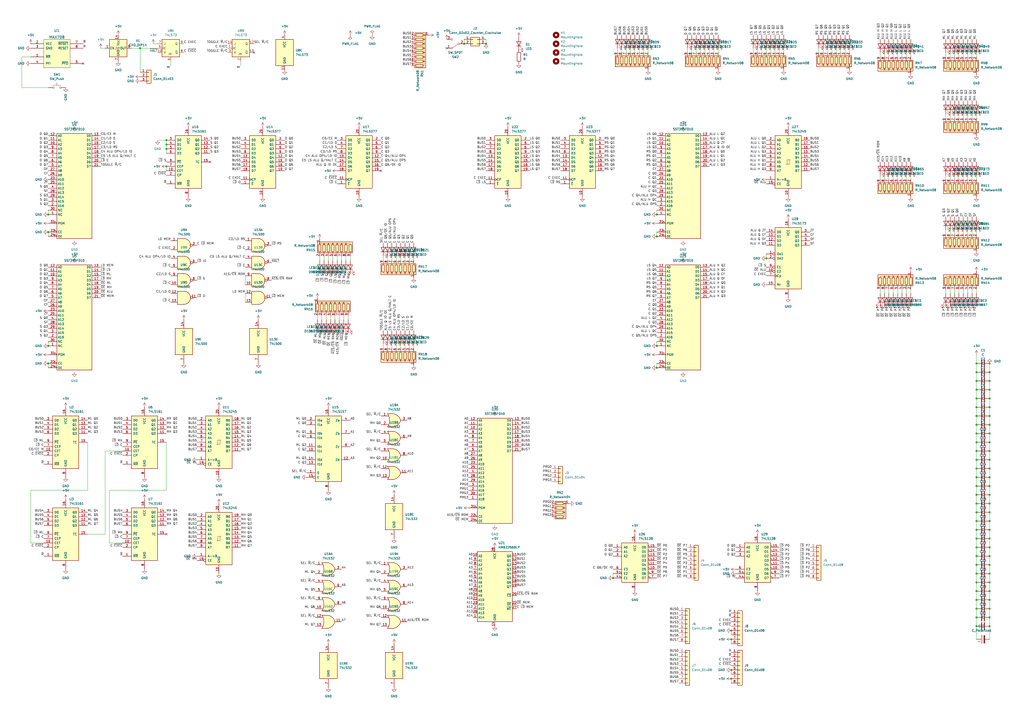
<source format=kicad_sch>
(kicad_sch (version 20211123) (generator eeschema)
  (paper "A2")
  (title_block (title "BLEH") (date "2022-10-24") (rev "1"))
  (junction (at 566.42 312.42))
  (junction (at 566.42 327.66))
  (junction (at 424.18 365.76))
  (junction (at 574.04 281.94))
  (junction (at 566.42 256.54))
  (junction (at 27.94 134.62))
  (junction (at 574.04 231.14))
  (junction (at 566.42 241.3))
  (junction (at 424.18 388.62))
  (junction (at 566.42 307.34))
  (junction (at 566.42 231.14))
  (junction (at 444.5 149.86))
  (junction (at 574.04 251.46))
  (junction (at 574.04 307.34))
  (junction (at 574.04 241.3))
  (junction (at 381 124.46))
  (junction (at 574.04 276.86))
  (junction (at 574.04 353.06))
  (junction (at 566.42 261.62))
  (junction (at 355.6 335.28))
  (junction (at 574.04 347.98))
  (junction (at 566.42 332.74))
  (junction (at 574.04 342.9))
  (junction (at 574.04 332.74))
  (junction (at 566.42 246.38))
  (junction (at 566.42 317.5))
  (junction (at 574.04 210.82))
  (junction (at 574.04 246.38))
  (junction (at 566.42 236.22))
  (junction (at 574.04 317.5))
  (junction (at 269.24 25.4))
  (junction (at 574.04 327.66))
  (junction (at 381 137.16))
  (junction (at 574.04 358.14))
  (junction (at 566.42 347.98))
  (junction (at 281.94 25.4))
  (junction (at 96.52 86.36))
  (junction (at 574.04 302.26))
  (junction (at 566.42 215.9))
  (junction (at 574.04 322.58))
  (junction (at 566.42 353.06))
  (junction (at 566.42 226.06))
  (junction (at 574.04 312.42))
  (junction (at 96.52 81.28))
  (junction (at 566.42 210.82))
  (junction (at 424.18 370.84))
  (junction (at 381 213.36))
  (junction (at 574.04 337.82))
  (junction (at 574.04 363.22))
  (junction (at 566.42 292.1))
  (junction (at 574.04 287.02))
  (junction (at 424.18 393.7))
  (junction (at 96.52 96.52))
  (junction (at 381 200.66))
  (junction (at 96.52 83.82))
  (junction (at 574.04 236.22))
  (junction (at 27.94 210.82))
  (junction (at 574.04 226.06))
  (junction (at 566.42 337.82))
  (junction (at 574.04 297.18))
  (junction (at 566.42 287.02))
  (junction (at 27.94 124.46))
  (junction (at 566.42 342.9))
  (junction (at 81.28 27.94))
  (junction (at 574.04 220.98))
  (junction (at 574.04 215.9))
  (junction (at 574.04 292.1))
  (junction (at 566.42 363.22))
  (junction (at 566.42 251.46))
  (junction (at 574.04 266.7))
  (junction (at 566.42 302.26))
  (junction (at 566.42 271.78))
  (junction (at 27.94 200.66))
  (junction (at 566.42 220.98))
  (junction (at 574.04 261.62))
  (junction (at 574.04 256.54))
  (junction (at 566.42 266.7))
  (junction (at 574.04 271.78))
  (junction (at 566.42 276.86))
  (junction (at 566.42 358.14))
  (junction (at 566.42 297.18))
  (junction (at 566.42 322.58))
  (junction (at 566.42 281.94))
  (no_connect (at 259.08 27.94))
  (no_connect (at 96.52 309.88))
  (no_connect (at 147.32 30.48))
  (no_connect (at 220.98 99.06))
  (no_connect (at 121.92 93.98))
  (no_connect (at 48.26 36.83))
  (wire (pts (xy 414.02 27.94) (xy 414.02 30.48)))
  (wire (pts (xy 558.8 66.04) (xy 558.8 68.58)))
  (wire (pts (xy 574.04 322.58) (xy 574.04 327.66)))
  (wire (pts (xy 17.78 284.48) (xy 17.78 314.96)))
  (wire (pts (xy 416.56 27.94) (xy 416.56 30.48)))
  (wire (pts (xy 574.04 353.06) (xy 574.04 358.14)))
  (wire (pts (xy 566.42 322.58) (xy 566.42 327.66)))
  (wire (pts (xy 12.7 50.8) (xy 12.7 33.02)))
  (wire (pts (xy 553.72 133.35) (xy 553.72 135.89)))
  (wire (pts (xy 189.23 185.42) (xy 189.23 182.88)))
  (wire (pts (xy 561.34 133.35) (xy 561.34 135.89)))
  (wire (pts (xy 563.88 66.04) (xy 563.88 68.58)))
  (wire (pts (xy 190.5 151.13) (xy 190.5 148.59)))
  (wire (pts (xy 444.5 27.94) (xy 444.5 30.48)))
  (wire (pts (xy 566.42 220.98) (xy 566.42 226.06)))
  (wire (pts (xy 548.64 66.04) (xy 548.64 68.58)))
  (wire (pts (xy 424.18 393.7) (xy 424.18 396.24)))
  (wire (pts (xy 447.04 27.94) (xy 447.04 30.48)))
  (wire (pts (xy 403.86 27.94) (xy 403.86 30.48)))
  (wire (pts (xy 520.7 30.48) (xy 520.7 33.02)))
  (wire (pts (xy 63.5 314.96) (xy 71.12 314.96)))
  (wire (pts (xy 558.8 133.35) (xy 558.8 135.89)))
  (wire (pts (xy 515.62 30.48) (xy 515.62 33.02)))
  (wire (pts (xy 551.18 101.6) (xy 551.18 104.14)))
  (wire (pts (xy 574.04 312.42) (xy 574.04 317.5)))
  (wire (pts (xy 566.42 307.34) (xy 566.42 312.42)))
  (wire (pts (xy 408.94 27.94) (xy 408.94 30.48)))
  (wire (pts (xy 381 121.92) (xy 381 124.46)))
  (wire (pts (xy 566.42 353.06) (xy 566.42 358.14)))
  (wire (pts (xy 523.24 30.48) (xy 523.24 33.02)))
  (wire (pts (xy 553.72 30.48) (xy 553.72 33.02)))
  (wire (pts (xy 229.87 199.39) (xy 229.87 201.93)))
  (wire (pts (xy 424.18 365.76) (xy 424.18 368.3)))
  (wire (pts (xy 12.7 33.02) (xy 17.78 33.02)))
  (wire (pts (xy 234.95 199.39) (xy 234.95 201.93)))
  (wire (pts (xy 381 198.12) (xy 381 200.66)))
  (wire (pts (xy 373.38 27.94) (xy 373.38 30.48)))
  (wire (pts (xy 574.04 342.9) (xy 574.04 347.98)))
  (wire (pts (xy 566.42 30.48) (xy 566.42 33.02)))
  (wire (pts (xy 566.42 281.94) (xy 566.42 287.02)))
  (wire (pts (xy 574.04 261.62) (xy 574.04 266.7)))
  (wire (pts (xy 558.8 170.18) (xy 558.8 167.64)))
  (wire (pts (xy 375.92 27.94) (xy 375.92 30.48)))
  (wire (pts (xy 574.04 292.1) (xy 574.04 297.18)))
  (wire (pts (xy 96.52 256.54) (xy 96.52 284.48)))
  (wire (pts (xy 485.14 27.94) (xy 485.14 30.48)))
  (wire (pts (xy 60.96 309.88) (xy 60.96 261.62)))
  (wire (pts (xy 91.44 81.28) (xy 96.52 81.28)))
  (wire (pts (xy 574.04 266.7) (xy 574.04 271.78)))
  (wire (pts (xy 566.42 363.22) (xy 566.42 370.84)))
  (wire (pts (xy 27.94 210.82) (xy 27.94 213.36)))
  (wire (pts (xy 566.42 342.9) (xy 566.42 347.98)))
  (wire (pts (xy 566.42 347.98) (xy 566.42 353.06)))
  (wire (pts (xy 452.12 27.94) (xy 452.12 30.48)))
  (wire (pts (xy 81.28 27.94) (xy 81.28 41.91)))
  (wire (pts (xy 566.42 241.3) (xy 566.42 246.38)))
  (wire (pts (xy 574.04 287.02) (xy 574.04 292.1)))
  (wire (pts (xy 551.18 133.35) (xy 551.18 135.89)))
  (wire (pts (xy 17.78 314.96) (xy 25.4 314.96)))
  (wire (pts (xy 50.8 309.88) (xy 60.96 309.88)))
  (wire (pts (xy 566.42 312.42) (xy 566.42 317.5)))
  (wire (pts (xy 490.22 27.94) (xy 490.22 30.48)))
  (wire (pts (xy 574.04 281.94) (xy 574.04 287.02)))
  (wire (pts (xy 227.33 148.59) (xy 227.33 151.13)))
  (wire (pts (xy 566.42 215.9) (xy 566.42 220.98)))
  (wire (pts (xy 566.42 266.7) (xy 566.42 271.78)))
  (wire (pts (xy 518.16 170.18) (xy 518.16 167.64)))
  (wire (pts (xy 50.8 284.48) (xy 17.78 284.48)))
  (wire (pts (xy 63.5 284.48) (xy 63.5 314.96)))
  (wire (pts (xy 370.84 27.94) (xy 370.84 30.48)))
  (wire (pts (xy 515.62 101.6) (xy 515.62 104.14)))
  (wire (pts (xy 548.64 30.48) (xy 548.64 33.02)))
  (wire (pts (xy 224.79 148.59) (xy 224.79 151.13)))
  (wire (pts (xy 574.04 256.54) (xy 574.04 261.62)))
  (wire (pts (xy 96.52 86.36) (xy 96.52 88.9)))
  (wire (pts (xy 558.8 30.48) (xy 558.8 33.02)))
  (wire (pts (xy 76.2 27.94) (xy 81.28 27.94)))
  (wire (pts (xy 551.18 170.18) (xy 551.18 167.64)))
  (wire (pts (xy 27.94 198.12) (xy 27.94 200.66)))
  (wire (pts (xy 195.58 151.13) (xy 195.58 148.59)))
  (wire (pts (xy 355.6 332.74) (xy 355.6 335.28)))
  (wire (pts (xy 563.88 170.18) (xy 563.88 167.64)))
  (wire (pts (xy 365.76 27.94) (xy 365.76 30.48)))
  (wire (pts (xy 566.42 256.54) (xy 566.42 261.62)))
  (wire (pts (xy 574.04 215.9) (xy 574.04 220.98)))
  (wire (pts (xy 518.16 101.6) (xy 518.16 104.14)))
  (wire (pts (xy 548.64 170.18) (xy 548.64 167.64)))
  (wire (pts (xy 556.26 101.6) (xy 556.26 104.14)))
  (wire (pts (xy 513.08 101.6) (xy 513.08 104.14)))
  (wire (pts (xy 566.42 236.22) (xy 566.42 241.3)))
  (wire (pts (xy 201.93 185.42) (xy 201.93 182.88)))
  (wire (pts (xy 566.42 246.38) (xy 566.42 251.46)))
  (wire (pts (xy 200.66 151.13) (xy 200.66 148.59)))
  (wire (pts (xy 566.42 231.14) (xy 566.42 236.22)))
  (wire (pts (xy 574.04 332.74) (xy 574.04 337.82)))
  (wire (pts (xy 81.28 27.94) (xy 91.44 27.94)))
  (wire (pts (xy 281.94 22.86) (xy 281.94 25.4)))
  (wire (pts (xy 551.18 30.48) (xy 551.18 33.02)))
  (wire (pts (xy 196.85 185.42) (xy 196.85 182.88)))
  (wire (pts (xy 269.24 22.86) (xy 269.24 25.4)))
  (wire (pts (xy 99.06 35.56) (xy 99.06 38.1)))
  (wire (pts (xy 566.42 226.06) (xy 566.42 231.14)))
  (wire (pts (xy 520.7 170.18) (xy 520.7 167.64)))
  (wire (pts (xy 518.16 30.48) (xy 518.16 33.02)))
  (wire (pts (xy 237.49 148.59) (xy 237.49 151.13)))
  (wire (pts (xy 381 210.82) (xy 381 213.36)))
  (wire (pts (xy 229.87 148.59) (xy 229.87 151.13)))
  (wire (pts (xy 566.42 317.5) (xy 566.42 322.58)))
  (wire (pts (xy 574.04 231.14) (xy 574.04 236.22)))
  (wire (pts (xy 27.94 134.62) (xy 27.94 137.16)))
  (wire (pts (xy 184.15 185.42) (xy 184.15 182.88)))
  (wire (pts (xy 563.88 101.6) (xy 563.88 104.14)))
  (wire (pts (xy 358.14 27.94) (xy 358.14 30.48)))
  (wire (pts (xy 566.42 205.74) (xy 566.42 210.82)))
  (wire (pts (xy 561.34 66.04) (xy 561.34 68.58)))
  (wire (pts (xy 563.88 30.48) (xy 563.88 33.02)))
  (wire (pts (xy 566.42 170.18) (xy 566.42 167.64)))
  (wire (pts (xy 523.24 101.6) (xy 523.24 104.14)))
  (wire (pts (xy 185.42 151.13) (xy 185.42 148.59)))
  (wire (pts (xy 553.72 66.04) (xy 553.72 68.58)))
  (wire (pts (xy 566.42 358.14) (xy 566.42 363.22)))
  (wire (pts (xy 203.2 151.13) (xy 203.2 148.59)))
  (wire (pts (xy 556.26 133.35) (xy 556.26 135.89)))
  (wire (pts (xy 520.7 101.6) (xy 520.7 104.14)))
  (wire (pts (xy 510.54 30.48) (xy 510.54 33.02)))
  (wire (pts (xy 561.34 170.18) (xy 561.34 167.64)))
  (wire (pts (xy 528.32 170.18) (xy 528.32 167.64)))
  (wire (pts (xy 566.42 66.04) (xy 566.42 68.58)))
  (wire (pts (xy 227.33 199.39) (xy 227.33 201.93)))
  (wire (pts (xy 480.06 27.94) (xy 480.06 30.48)))
  (wire (pts (xy 548.64 133.35) (xy 548.64 135.89)))
  (wire (pts (xy 525.78 170.18) (xy 525.78 167.64)))
  (wire (pts (xy 198.12 151.13) (xy 198.12 148.59)))
  (wire (pts (xy 574.04 297.18) (xy 574.04 302.26)))
  (wire (pts (xy 187.96 151.13) (xy 187.96 148.59)))
  (wire (pts (xy 566.42 210.82) (xy 566.42 215.9)))
  (wire (pts (xy 232.41 199.39) (xy 232.41 201.93)))
  (wire (pts (xy 96.52 83.82) (xy 96.52 86.36)))
  (wire (pts (xy 240.03 199.39) (xy 240.03 201.93)))
  (wire (pts (xy 525.78 30.48) (xy 525.78 33.02)))
  (wire (pts (xy 566.42 297.18) (xy 566.42 302.26)))
  (wire (pts (xy 566.42 327.66) (xy 566.42 332.74)))
  (wire (pts (xy 566.42 302.26) (xy 566.42 307.34)))
  (wire (pts (xy 234.95 148.59) (xy 234.95 151.13)))
  (wire (pts (xy 360.68 27.94) (xy 360.68 30.48)))
  (wire (pts (xy 363.22 27.94) (xy 363.22 30.48)))
  (wire (pts (xy 556.26 66.04) (xy 556.26 68.58)))
  (wire (pts (xy 424.18 370.84) (xy 424.18 373.38)))
  (wire (pts (xy 566.42 261.62) (xy 566.42 266.7)))
  (wire (pts (xy 523.24 170.18) (xy 523.24 167.64)))
  (wire (pts (xy 566.42 101.6) (xy 566.42 104.14)))
  (wire (pts (xy 436.88 27.94) (xy 436.88 30.48)))
  (wire (pts (xy 441.96 27.94) (xy 441.96 30.48)))
  (wire (pts (xy 574.04 327.66) (xy 574.04 332.74)))
  (wire (pts (xy 574.04 337.82) (xy 574.04 342.9)))
  (wire (pts (xy 474.98 27.94) (xy 474.98 30.48)))
  (wire (pts (xy 194.31 185.42) (xy 194.31 182.88)))
  (wire (pts (xy 510.54 170.18) (xy 510.54 167.64)))
  (wire (pts (xy 574.04 210.82) (xy 574.04 215.9)))
  (wire (pts (xy 142.24 160.02) (xy 142.24 165.1)))
  (wire (pts (xy 27.94 121.92) (xy 27.94 124.46)))
  (wire (pts (xy 449.58 27.94) (xy 449.58 30.48)))
  (wire (pts (xy 454.66 27.94) (xy 454.66 30.48)))
  (wire (pts (xy 222.25 199.39) (xy 222.25 201.93)))
  (wire (pts (xy 224.79 199.39) (xy 224.79 201.93)))
  (wire (pts (xy 551.18 66.04) (xy 551.18 68.58)))
  (wire (pts (xy 566.42 276.86) (xy 566.42 281.94)))
  (wire (pts (xy 96.52 81.28) (xy 96.52 83.82)))
  (wire (pts (xy 191.77 185.42) (xy 191.77 182.88)))
  (wire (pts (xy 199.39 185.42) (xy 199.39 182.88)))
  (wire (pts (xy 525.78 101.6) (xy 525.78 104.14)))
  (wire (pts (xy 574.04 246.38) (xy 574.04 251.46)))
  (wire (pts (xy 381 134.62) (xy 381 137.16)))
  (wire (pts (xy 558.8 101.6) (xy 558.8 104.14)))
  (wire (pts (xy 528.32 30.48) (xy 528.32 33.02)))
  (wire (pts (xy 561.34 30.48) (xy 561.34 33.02)))
  (wire (pts (xy 574.04 271.78) (xy 574.04 276.86)))
  (wire (pts (xy 240.03 148.59) (xy 240.03 151.13)))
  (wire (pts (xy 553.72 101.6) (xy 553.72 104.14)))
  (wire (pts (xy 368.3 27.94) (xy 368.3 30.48)))
  (wire (pts (xy 237.49 199.39) (xy 237.49 201.93)))
  (wire (pts (xy 232.41 148.59) (xy 232.41 151.13)))
  (wire (pts (xy 566.42 251.46) (xy 566.42 256.54)))
  (wire (pts (xy 513.08 170.18) (xy 513.08 167.64)))
  (wire (pts (xy 477.52 27.94) (xy 477.52 30.48)))
  (wire (pts (xy 574.04 276.86) (xy 574.04 281.94)))
  (wire (pts (xy 561.34 101.6) (xy 561.34 104.14)))
  (wire (pts (xy 548.64 101.6) (xy 548.64 104.14)))
  (wire (pts (xy 58.42 27.94) (xy 60.96 27.94)))
  (wire (pts (xy 574.04 226.06) (xy 574.04 231.14)))
  (wire (pts (xy 574.04 307.34) (xy 574.04 312.42)))
  (wire (pts (xy 96.52 284.48) (xy 63.5 284.48)))
  (wire (pts (xy 574.04 363.22) (xy 574.04 370.84)))
  (wire (pts (xy 398.78 27.94) (xy 398.78 30.48)))
  (wire (pts (xy 574.04 241.3) (xy 574.04 246.38)))
  (wire (pts (xy 566.42 271.78) (xy 566.42 276.86)))
  (wire (pts (xy 444.5 147.32) (xy 444.5 149.86)))
  (wire (pts (xy 96.52 96.52) (xy 96.52 99.06)))
  (wire (pts (xy 553.72 170.18) (xy 553.72 167.64)))
  (wire (pts (xy 574.04 347.98) (xy 574.04 353.06)))
  (wire (pts (xy 492.76 27.94) (xy 492.76 30.48)))
  (wire (pts (xy 574.04 317.5) (xy 574.04 322.58)))
  (wire (pts (xy 566.42 292.1) (xy 566.42 297.18)))
  (wire (pts (xy 439.42 27.94) (xy 439.42 30.48)))
  (wire (pts (xy 222.25 148.59) (xy 222.25 151.13)))
  (wire (pts (xy 27.94 50.8) (xy 12.7 50.8)))
  (wire (pts (xy 193.04 151.13) (xy 193.04 148.59)))
  (wire (pts (xy 574.04 236.22) (xy 574.04 241.3)))
  (wire (pts (xy 574.04 302.26) (xy 574.04 307.34)))
  (wire (pts (xy 401.32 27.94) (xy 401.32 30.48)))
  (wire (pts (xy 528.32 101.6) (xy 528.32 104.14)))
  (wire (pts (xy 487.68 27.94) (xy 487.68 30.48)))
  (wire (pts (xy 574.04 358.14) (xy 574.04 363.22)))
  (wire (pts (xy 566.42 133.35) (xy 566.42 135.89)))
  (wire (pts (xy 556.26 30.48) (xy 556.26 33.02)))
  (wire (pts (xy 566.42 332.74) (xy 566.42 337.82)))
  (wire (pts (xy 566.42 337.82) (xy 566.42 342.9)))
  (wire (pts (xy 411.48 27.94) (xy 411.48 30.48)))
  (wire (pts (xy 60.96 261.62) (xy 71.12 261.62)))
  (wire (pts (xy 88.9 25.4) (xy 91.44 25.4)))
  (wire (pts (xy 510.54 101.6) (xy 510.54 104.14)))
  (wire (pts (xy 566.42 287.02) (xy 566.42 292.1)))
  (wire (pts (xy 513.08 30.48) (xy 513.08 33.02)))
  (wire (pts (xy 142.24 170.18) (xy 142.24 175.26)))
  (wire (pts (xy 406.4 27.94) (xy 406.4 30.48)))
  (wire (pts (xy 556.26 170.18) (xy 556.26 167.64)))
  (wire (pts (xy 574.04 220.98) (xy 574.04 226.06)))
  (wire (pts (xy 186.69 185.42) (xy 186.69 182.88)))
  (wire (pts (xy 563.88 133.35) (xy 563.88 135.89)))
  (wire (pts (xy 482.6 27.94) (xy 482.6 30.48)))
  (wire (pts (xy 515.62 170.18) (xy 515.62 167.64)))
  (wire (pts (xy 574.04 251.46) (xy 574.04 256.54)))
  (wire (pts (xy 424.18 388.62) (xy 424.18 391.16)))
  (wire (pts (xy 139.7 35.56) (xy 139.7 38.1)))
  (wire (pts (xy 50.8 256.54) (xy 50.8 284.48)))
  (label "~{LD} O" (at 139.7 106.68 180))
  (label "ML Q0" (at 566.42 22.86 90))
  (label "O Q1" (at 27.94 81.28 180))
  (label "C EXEC" (at 444.5 160.02 180))
  (label "BUS0" (at 393.7 378.46 180))
  (label "ML Q3" (at 558.8 22.86 90))
  (label "~{LD} P5" (at 553.72 177.8 270))
  (label "ML Q2" (at 177.8 259.08 180))
  (label "C3{slash}LD RS" (at 232.41 191.77 90))
  (label "~{LD} LS" (at 281.94 106.68 180))
  (label "BUS5" (at 114.3 312.42 180))
  (label "A9" (at 274.32 345.44 180))
  (label "LD MEM" (at 99.06 139.7 180))
  (label "SEL ~{M}{slash}C" (at 220.98 347.98 180))
  (label "O Q7" (at 27.94 172.72 180))
  (label "~{LD} MEM" (at 157.48 172.72 0))
  (label "C Q5{slash}ALU OP5" (at 381 195.58 180))
  (label "MH Q0" (at 96.52 243.84 0))
  (label "O Q5" (at 403.86 20.32 90))
  (label "S Q2" (at 551.18 125.73 90))
  (label "BUS2" (at 71.12 248.92 180))
  (label "BUS4" (at 302.26 254 0))
  (label "ZF" (at 469.9 134.62 0))
  (label "~{OE} P3" (at 381 325.12 0))
  (label "C2{slash}LD S" (at 99.06 160.02 180))
  (label "~{LD} P7" (at 548.64 177.8 270))
  (label "A6" (at 198.12 350.52 0))
  (label "C Q3" (at 232.41 140.97 90))
  (label "S Q2" (at 121.92 86.36 0))
  (label "S Q0" (at 556.26 125.73 90))
  (label "C Q5{slash}ALU OP5" (at 227.33 140.97 90))
  (label "C3{slash}LD RS" (at 58.42 86.36 0))
  (label "MH Q2" (at 561.34 58.42 90))
  (label "ML Q3" (at 139.7 251.46 0))
  (label "~{OE} MH" (at 186.69 193.04 270))
  (label "BUS3" (at 281.94 88.9 180))
  (label "A15{slash}~{EN} ROM" (at 196.85 193.04 270))
  (label "BUS2" (at 139.7 86.36 180))
  (label "MH Q7" (at 548.64 58.42 90))
  (label "BUS1" (at 469.9 83.82 0))
  (label "SEL ~{M}{slash}C" (at 182.88 327.66 180))
  (label "PRG3" (at 320.04 299.72 180))
  (label "~{LD} MEM" (at 201.93 193.04 270))
  (label "BUS6" (at 139.7 96.52 180))
  (label "A10" (at 274.32 347.98 180))
  (label "~{LD} C" (at 99.06 165.1 180))
  (label "~{LD} RS" (at 325.12 106.68 180))
  (label "ALU L Q0" (at 444.5 81.28 180))
  (label "BUS0" (at 281.94 81.28 180))
  (label "~{LD} P1" (at 563.88 177.8 270))
  (label "BUS2" (at 25.4 248.92 180))
  (label "BUS7" (at 25.4 304.8 180))
  (label "~{OE} MEM" (at 58.42 172.72 0))
  (label "O Q1" (at 27.94 157.48 180))
  (label "ALU H Q0" (at 444.5 91.44 180))
  (label "BUS1" (at 238.76 22.86 180))
  (label "ML Q2" (at 139.7 248.92 0))
  (label "BUS3" (at 299.72 330.2 0))
  (label "C2{slash}LD S" (at 234.95 191.77 90))
  (label "S Q0" (at 121.92 81.28 0))
  (label "PRG2" (at 320.04 276.86 180))
  (label "ALU H Q2" (at 444.5 96.52 180))
  (label "O Q7" (at 27.94 96.52 180))
  (label "RS Q7" (at 350.52 99.06 0))
  (label "BUS0" (at 238.76 20.32 180))
  (label "~{LD} C" (at 25.4 312.42 180))
  (label "C Q1" (at 177.8 254 180))
  (label "ML Q4" (at 182.88 332.74 180))
  (label "~{LD} P1" (at 469.9 332.74 180))
  (label "BUS6" (at 469.9 96.52 0))
  (label "ALU L Q1" (at 411.48 91.44 0))
  (label "CF" (at 561.34 125.73 90))
  (label "C ~{EXEC}" (at 195.58 104.14 180))
  (label "BUS5" (at 238.76 33.02 180))
  (label "A12" (at 274.32 353.06 180))
  (label "ALU H Q2" (at 513.08 22.86 90))
  (label "RS Q4" (at 482.6 20.32 90))
  (label "ALU L QZ" (at 411.48 78.74 0))
  (label "RS Q0" (at 381 88.9 180))
  (label "A7" (at 271.78 261.62 180))
  (label "~{R}" (at 424.18 358.14 180))
  (label "ML Q7" (at 548.64 22.86 90))
  (label "SEL ~{M}{slash}C" (at 220.98 327.66 180))
  (label "A3" (at 271.78 251.46 180))
  (label "ML Q7" (at 182.88 363.22 180))
  (label "~{LD} C" (at 71.12 312.42 180))
  (label "OF" (at 469.9 139.7 0))
  (label "C Q3" (at 381 187.96 180))
  (label "~{OE} P4" (at 381 327.66 0))
  (label "A1" (at 203.2 251.46 0))
  (label "LD MEM" (at 58.42 154.94 0))
  (label "O Q3" (at 27.94 86.36 180))
  (label "~{OE} ML" (at 114.3 269.24 180))
  (label "~{LD} O" (at 185.42 158.75 270))
  (label "MH Q0" (at 139.7 299.72 0))
  (label "A9" (at 236.22 254 0))
  (label "A8" (at 236.22 243.84 0))
  (label "C Q4{slash}ALU OP4" (at 220.98 91.44 0))
  (label "BUS5" (at 302.26 256.54 0))
  (label "C Q4{slash}ALU OP4" (at 229.87 140.97 90))
  (label "C4 ALU OP4{slash}LD IO" (at 58.42 88.9 0))
  (label "PRG1" (at 271.78 284.48 180))
  (label "A10" (at 523.24 93.98 90))
  (label "O Q4" (at 165.1 91.44 0))
  (label "MH Q1" (at 563.88 58.42 90))
  (label "RS Q6" (at 381 170.18 180))
  (label "LS Q2" (at 381 83.82 180))
  (label "A10" (at 271.78 269.24 180))
  (label "A2" (at 274.32 327.66 180))
  (label "A4" (at 271.78 254 180))
  (label "BUS4" (at 393.7 364.49 180))
  (label "MH Q6" (at 220.98 353.06 180))
  (label "A5" (at 553.72 93.98 90))
  (label "~{LD} P2" (at 561.34 177.8 270))
  (label "A0" (at 274.32 322.58 180))
  (label "BUS7" (at 238.76 38.1 180))
  (label "A7" (at 198.12 360.68 0))
  (label "BUS2" (at 299.72 327.66 0))
  (label "BUS5" (at 393.7 367.03 180))
  (label "~{LD} O" (at 114.3 172.72 0))
  (label "BUS3" (at 393.7 386.08 180))
  (label "C EXEC" (at 424.18 383.54 180))
  (label "PRG3" (at 271.78 289.56 180))
  (label "BUS7" (at 469.9 99.06 0))
  (label "~{LD} P3" (at 452.12 325.12 0))
  (label "BUS3" (at 469.9 88.9 0))
  (label "MH Q1" (at 139.7 302.26 0))
  (label "BUS1" (at 114.3 302.26 180))
  (label "C4 ALU OP4{slash}LD IO" (at 99.06 149.86 180))
  (label "ALU L Q2" (at 411.48 93.98 0))
  (label "LS Q3" (at 307.34 88.9 0))
  (label "A0" (at 271.78 243.84 180))
  (label "ALU H Q2" (at 411.48 170.18 0))
  (label "BUS1" (at 325.12 83.82 180))
  (label "C ~{EXEC}" (at 25.4 317.5 180))
  (label "~{OE} ML" (at 58.42 165.1 0))
  (label "~{OE} P7" (at 510.54 177.8 270))
  (label "BUS3" (at 302.26 251.46 0))
  (label "A2" (at 203.2 259.08 0))
  (label "RS Q1" (at 490.22 20.32 90))
  (label "BUS4" (at 393.7 388.62 180))
  (label "O Q7" (at 398.78 20.32 90))
  (label "BUS6" (at 325.12 96.52 180))
  (label "A3" (at 558.8 93.98 90))
  (label "~{HALT}" (at 199.39 193.04 270))
  (label "BUS4" (at 114.3 254 180))
  (label "BUS5" (at 469.9 93.98 0))
  (label "ALU H QZ" (at 411.48 154.94 0))
  (label "C Q0" (at 381 101.6 180))
  (label "~{R}" (at 424.18 381 180))
  (label "TOGGLE ~{M}{slash}C" (at 132.08 25.4 180))
  (label "C Q3" (at 381 111.76 180))
  (label "~{OE} MH" (at 114.3 325.12 180))
  (label "ML Q0" (at 139.7 243.84 0))
  (label "A0" (at 203.2 243.84 0))
  (label "ALU Q ZF" (at 444.5 134.62 180))
  (label "MH Q1" (at 96.52 246.38 0))
  (label "ML Q6" (at 182.88 353.06 180))
  (label "~{OE} P2" (at 523.24 177.8 270))
  (label "~{OE} P0" (at 528.32 177.8 270))
  (label "BUS1" (at 299.72 325.12 0))
  (label "SEL ~{M}{slash}C" (at 222.25 140.97 90))
  (label "~{OE} P6" (at 381 332.74 0))
  (label "A11" (at 236.22 274.32 0))
  (label "BUS3" (at 114.3 251.46 180))
  (label "OF" (at 563.88 125.73 90))
  (label "~{OE} P6" (at 513.08 177.8 270))
  (label "~{OE} P3" (at 520.7 177.8 270))
  (label "O Q6" (at 27.94 170.18 180))
  (label "CF" (at 381 175.26 180))
  (label "ALU H Q1" (at 411.48 167.64 0))
  (label "A9" (at 271.78 266.7 180))
  (label "~{LD} RS" (at 198.12 158.75 270))
  (label "ML Q1" (at 139.7 246.38 0))
  (label "C ~{LD} MEM" (at 114.3 142.24 0))
  (label "SF" (at 469.9 142.24 0))
  (label "LS Q7" (at 381 162.56 180))
  (label "BUS7" (at 71.12 304.8 180))
  (label "ALU Q IO OE" (at 224.79 191.77 90))
  (label "A14" (at 236.22 350.52 0))
  (label "C Q0" (at 177.8 246.38 180))
  (label "~{LD} P0" (at 469.9 335.28 180))
  (label "BUS7" (at 299.72 340.36 0))
  (label "A2" (at 271.78 248.92 180))
  (label "BUS3" (at 139.7 88.9 180))
  (label "C Q0" (at 220.98 81.28 0))
  (label "ML Q4" (at 50.8 297.18 0))
  (label "MH Q4" (at 139.7 309.88 0))
  (label "ALU H Q3" (at 411.48 172.72 0))
  (label "LS Q6" (at 307.34 96.52 0))
  (label "A0" (at 566.42 93.98 90))
  (label "SEL ~{M}{slash}C" (at 182.88 337.82 180))
  (label "BUS6" (at 71.12 302.26 180))
  (label "S Q3" (at 548.64 125.73 90))
  (label "R" (at 424.18 378.46 180))
  (label "~{OE} P4" (at 398.78 325.12 180))
  (label "C Q6{slash}OE IO" (at 220.98 96.52 0))
  (label "O Q1" (at 355.6 320.04 180))
  (label "LS Q0" (at 381 78.74 180))
  (label "C2{slash}LD S" (at 195.58 86.36 180))
  (label "O Q6" (at 27.94 93.98 180))
  (label "MH Q2" (at 96.52 248.92 0))
  (label "BUS3" (at 71.12 251.46 180))
  (label "ALU L Q3" (at 411.48 96.52 0))
  (label "ZF" (at 27.94 106.68 180))
  (label "SEL ~{M}{slash}C" (at 182.88 347.98 180))
  (label "LS Q0" (at 307.34 81.28 0))
  (label "C Q0" (at 240.03 140.97 90))
  (label "A13" (at 274.32 355.6 180))
  (label "C Q4{slash}ALU OP4" (at 381 114.3 180))
  (label "C ~{EXEC}" (at 71.12 264.16 180))
  (label "~{LD} P3" (at 558.8 177.8 270))
  (label "BUS3" (at 368.3 20.32 90))
  (label "~{LD} IO" (at 426.72 335.28 180))
  (label "~{LD} S" (at 96.52 93.98 180))
  (label "C4 ALU OP4{slash}LD IO" (at 229.87 191.77 90))
  (label "ALU L Q3" (at 520.7 22.86 90))
  (label "C0{slash}CE M" (at 195.58 81.28 180))
  (label "ML Q4" (at 139.7 254 0))
  (label "~{OE} P0" (at 398.78 335.28 180))
  (label "C Q3" (at 177.8 269.24 180))
  (label "ALU H Q1" (at 444.5 93.98 180))
  (label "S Q3" (at 27.94 114.3 180))
  (label "A4" (at 556.26 93.98 90))
  (label "PRG3" (at 320.04 279.4 180))
  (label "~{A15}{slash}~{EN} RAM" (at 194.31 193.04 270))
  (label "RS Q3" (at 350.52 88.9 0))
  (label "BUS0" (at 114.3 299.72 180))
  (label "BUS7" (at 393.7 396.24 180))
  (label "RS Q3" (at 485.14 20.32 90))
  (label "ML Q2" (at 50.8 248.92 0))
  (label "BUS5" (at 363.22 20.32 90))
  (label "~{LD} P4" (at 452.12 327.66 0))
  (label "ALU Q IO OE" (at 195.58 96.52 180))
  (label "ALU Q OF" (at 411.48 162.56 0))
  (label "S Q2" (at 27.94 195.58 180))
  (label "MH Q6" (at 96.52 302.26 0))
  (label "MH Q4" (at 96.52 297.18 0))
  (label "C ~{EXEC}" (at 96.52 101.6 180))
  (label "SF" (at 27.94 187.96 180))
  (label "A13" (at 236.22 340.36 0))
  (label "~{OE} ALU" (at 444.5 157.48 180))
  (label "BUS2" (at 370.84 20.32 90))
  (label "~{LD} C" (at 99.06 154.94 180))
  (label "BUS3" (at 25.4 251.46 180))
  (label "~{OE} P2" (at 398.78 330.2 180))
  (label "O Q0" (at 27.94 78.74 180))
  (label "BUS7" (at 114.3 317.5 180))
  (label "C ~{EXEC}" (at 106.68 30.48 0))
  (label "ALU L Q1" (at 444.5 83.82 180))
  (label "BUS0" (at 114.3 243.84 180))
  (label "A3" (at 203.2 266.7 0))
  (label "PRG2" (at 271.78 287.02 180))
  (label "A15{slash}~{EN} ROM" (at 142.24 160.02 180))
  (label "BUS4" (at 325.12 91.44 180))
  (label "~{R}" (at 71.12 322.58 180))
  (label "ML Q1" (at 177.8 251.46 180))
  (label "RS Q4" (at 350.52 91.44 0))
  (label "O Q1" (at 165.1 83.82 0))
  (label "~{LD} MH" (at 203.2 158.75 270))
  (label "~{LD} P7" (at 452.12 335.28 0))
  (label "ALU L QC" (at 381 193.04 180))
  (label "O Q6" (at 401.32 20.32 90))
  (label "BUS2" (at 114.3 248.92 180))
  (label "RS Q6" (at 477.52 20.32 90))
  (label "C Q6{slash}OE IO" (at 355.6 330.2 180))
  (label "BUS2" (at 393.7 383.54 180))
  (label "~{LD} C" (at 25.4 259.08 180))
  (label "C Q3" (at 220.98 88.9 0))
  (label "LS Q6" (at 439.42 20.32 90))
  (label "ML Q6" (at 139.7 259.08 0))
  (label "O Q0" (at 165.1 81.28 0))
  (label "O Q2" (at 165.1 86.36 0))
  (label "O Q2" (at 411.48 20.32 90))
  (label "~{LD} RS" (at 157.48 142.24 0))
  (label "O Q4" (at 27.94 88.9 180))
  (label "O Q3" (at 27.94 162.56 180))
  (label "C ~{LD} MEM" (at 299.72 353.06 0))
  (label "RS Q2" (at 381 93.98 180))
  (label "SF" (at 27.94 111.76 180))
  (label "MH Q6" (at 551.18 58.42 90))
  (label "~{R}" (at 139.7 38.1 270))
  (label "A11" (at 520.7 93.98 90))
  (label "A5" (at 198.12 340.36 0))
  (label "BUS1" (at 139.7 83.82 180))
  (label "~{OE} P4" (at 518.16 177.8 270))
  (label "C4 ALU OP4{slash}LD IO" (at 195.58 91.44 180))
  (label "ALU L Q1" (at 525.78 22.86 90))
  (label "~{LD} C" (at 190.5 158.75 270))
  (label "~{LD} IO" (at 114.3 152.4 0))
  (label "C5 LS ALU Q{slash}HALT C" (at 227.33 191.77 90))
  (label "A12" (at 271.78 274.32 180))
  (label "ML Q5" (at 182.88 342.9 180))
  (label "LS Q7" (at 307.34 99.06 0))
  (label "BUS0" (at 71.12 243.84 180))
  (label "C5 LS ALU Q{slash}HALT C" (at 142.24 149.86 180))
  (label "~{LD} MH" (at 58.42 162.56 0))
  (label "A15{slash}~{EN} ROM" (at 271.78 299.72 180))
  (label "A14" (at 513.08 93.98 90))
  (label "BUS2" (at 281.94 86.36 180))
  (label "~{LD} C" (at 71.12 259.08 180))
  (label "ML Q0" (at 50.8 243.84 0))
  (label "~{R}" (at 48.26 25.4 0))
  (label "BUS6" (at 114.3 259.08 180))
  (label "SEL ~{M}{slash}C" (at 220.98 251.46 180))
  (label "A8" (at 274.32 342.9 180))
  (label "MH Q7" (at 139.7 317.5 0))
  (label "A5" (at 271.78 256.54 180))
  (label "MH Q3" (at 220.98 276.86 180))
  (label "~{OE} P5" (at 515.62 177.8 270))
  (label "~{LD} P4" (at 556.26 177.8 270))
  (label "BUS5" (at 325.12 93.98 180))
  (label "C3{slash}LD RS" (at 195.58 88.9 180))
  (label "~{LD} ML" (at 25.4 309.88 180))
  (label "C3{slash}LD RS" (at 142.24 139.7 180))
  (label "A14" (at 271.78 279.4 180))
  (label "O Q3" (at 165.1 88.9 0))
  (label "MH Q0" (at 220.98 246.38 180))
  (label "BUS6" (at 360.68 20.32 90))
  (label "RS Q1" (at 381 91.44 180))
  (label "LD MEM" (at 142.24 170.18 180))
  (label "BUS1" (at 393.7 381 180))
  (label "BUS5" (at 281.94 93.98 180))
  (label "LS Q5" (at 307.34 93.98 0))
  (label "BUS7" (at 358.14 20.32 90))
  (label "ALU H Q0" (at 411.48 165.1 0))
  (label "~{OE} ALU" (at 58.42 170.18 0))
  (label "A8" (at 271.78 264.16 180))
  (label "LS Q1" (at 307.34 83.82 0))
  (label "~{OE} P5" (at 398.78 322.58 180))
  (label "A3" (at 274.32 330.2 180))
  (label "C5 LS ALU Q{slash}HALT C" (at 195.58 93.98 180))
  (label "S Q0" (at 27.94 109.22 180))
  (label "BUS2" (at 238.76 25.4 180))
  (label "RS Q6" (at 350.52 96.52 0))
  (label "C EXEC" (at 325.12 104.14 180))
  (label "BUS5" (at 71.12 299.72 180))
  (label "A1" (at 274.32 325.12 180))
  (label "OF" (at 27.94 175.26 180))
  (label "RS Q5" (at 480.06 20.32 90))
  (label "LS Q2" (at 449.58 20.32 90))
  (label "~{OE} P1" (at 398.78 332.74 180))
  (label "~{OE} P5" (at 381 330.2 0))
  (label "ML Q6" (at 50.8 302.26 0))
  (label "BUS7" (at 139.7 99.06 180))
  (label "C Q2" (at 234.95 140.97 90))
  (label "CF" (at 381 99.06 180))
  (label "ALU L Q2" (at 523.24 22.86 90))
  (label "ML Q0" (at 177.8 243.84 180))
  (label "MH Q1" (at 220.98 256.54 180))
  (label "BUS4" (at 139.7 91.44 180))
  (label "A7" (at 274.32 340.36 180))
  (label "~{HALT}" (at 157.48 152.4 0))
  (label "LS Q5" (at 441.96 20.32 90))
  (label "MH Q4" (at 220.98 332.74 180))
  (label "BUS7" (at 325.12 99.06 180))
  (label "~{OE} P6" (at 398.78 320.04 180))
  (label "CF" (at 27.94 177.8 180))
  (label "BUS0" (at 299.72 322.58 0))
  (label "O Q1" (at 426.72 320.04 180))
  (label "LS Q1" (at 381 81.28 180))
  (label "BUS3" (at 114.3 307.34 180))
  (label "RS Q0" (at 350.52 81.28 0))
  (label "C EXEC" (at 99.06 144.78 180))
  (label "RS Q7" (at 381 172.72 180))
  (label "R" (at 48.26 27.94 0))
  (label "C Q5{slash}ALU OP5" (at 381 119.38 180))
  (label "LS Q4" (at 381 154.94 180))
  (label "O Q5" (at 165.1 93.98 0))
  (label "A1" (at 271.78 246.38 180))
  (label "ALU L QC" (at 411.48 81.28 0))
  (label "~{LD} P6" (at 551.18 177.8 270))
  (label "BUS0" (at 139.7 81.28 180))
  (label "RS Q4" (at 381 165.1 180))
  (label "ML Q3" (at 177.8 266.7 180))
  (label "~{LD} IO" (at 193.04 158.75 270))
  (label "BUS5" (at 299.72 335.28 0))
  (label "ML Q1" (at 563.88 22.86 90))
  (label "~{LD} P5" (at 469.9 322.58 180))
  (label "~{R}" (at 71.12 269.24 180))
  (label "C Q2" (at 177.8 261.62 180))
  (label "C0{slash}CE M" (at 58.42 78.74 0))
  (label "BUS6" (at 393.7 369.57 180))
  (label "C EXEC" (at 106.68 25.4 0))
  (label "ML Q5" (at 50.8 299.72 0))
  (label "C Q5{slash}ALU OP5" (at 220.98 93.98 0))
  (label "A15{slash}~{EN} ROM" (at 236.22 360.68 0))
  (label "O Q0" (at 426.72 317.5 180))
  (label "C1{slash}LD O" (at 58.42 81.28 0))
  (label "ALU H Q1" (at 515.62 22.86 90))
  (label "~{LD} P2" (at 452.12 322.58 0))
  (label "BUS4" (at 299.72 332.74 0))
  (label "BUS7" (at 393.7 372.11 180))
  (label "~{OE} MH" (at 58.42 167.64 0))
  (label "BUS7" (at 114.3 261.62 180))
  (label "CF" (at 469.9 137.16 0))
  (label "RS Q2" (at 487.68 20.32 90))
  (label "ZF" (at 27.94 182.88 180))
  (label "A2" (at 561.34 93.98 90))
  (label "~{OE} P1" (at 525.78 177.8 270))
  (label "BUS5" (at 114.3 256.54 180))
  (label "BUS3" (at 393.7 361.95 180))
  (label "ALU Q IO OE" (at 411.48 86.36 0))
  (label "ALU Q CF" (at 444.5 137.16 180))
  (label "~{LD} LS" (at 58.42 157.48 0))
  (label "MH Q0" (at 566.42 58.42 90))
  (label "MH Q3" (at 558.8 58.42 90))
  (label "C Q1" (at 237.49 140.97 90))
  (label "C ~{EXEC}" (at 25.4 264.16 180))
  (label "~{LD} P6" (at 469.9 320.04 180))
  (label "PRG0" (at 271.78 281.94 180))
  (label "BUS6" (at 393.7 393.7 180))
  (label "C1{slash}LD O" (at 195.58 83.82 180))
  (label "C1{slash}LD O" (at 99.06 170.18 180))
  (label "PRG0" (at 320.04 271.78 180))
  (label "ML Q3" (at 50.8 251.46 0))
  (label "~{OE} P2" (at 381 322.58 0))
  (label "O Q5" (at 27.94 167.64 180))
  (label "~{LD} C" (at 99.06 175.26 180))
  (label "~{LD} C" (at 195.58 106.68 180))
  (label "ALU H QC" (at 381 116.84 180))
  (label "~{OE} ALU" (at 189.23 193.04 270))
  (label "C5 LS ALU Q{slash}HALT C" (at 58.42 91.44 0))
  (label "ALU H QC" (at 411.48 157.48 0))
  (label "BUS1" (at 71.12 246.38 180))
  (label "MH Q7" (at 220.98 363.22 180))
  (label "C Q1" (at 220.98 83.82 0))
  (label "~{A15}{slash}~{EN} RAM" (at 299.72 345.44 0))
  (label "O Q4" (at 27.94 165.1 180))
  (label "MH Q5" (at 220.98 342.9 180))
  (label "BUS4" (at 281.94 91.44 180))
  (label "BUS2" (at 393.7 359.41 180))
  (label "BUS5" (at 139.7 93.98 180))
  (label "LS Q5" (at 381 157.48 180))
  (label "O Q0" (at 355.6 317.5 180))
  (label "~{R}" (at 99.06 38.1 270))
  (label "BUS0" (at 302.26 243.84 0))
  (label "SF" (at 566.42 125.73 90))
  (label "C ~{EXEC}" (at 424.18 363.22 180))
  (label "~{LD} ML" (at 58.42 160.02 0))
  (label "BUS1" (at 114.3 246.38 180))
  (label "BUS2" (at 114.3 304.8 180))
  (label "A12" (at 236.22 330.2 0))
  (label "O Q7" (at 165.1 99.06 0))
  (label "BUS3" (at 325.12 88.9 180))
  (label "ML Q5" (at 139.7 256.54 0))
  (label "C Q1" (at 381 180.34 180))
  (label "~{LD} P0" (at 452.12 317.5 0))
  (label "BUS0" (at 25.4 243.84 180))
  (label "MH Q2" (at 220.98 266.7 180))
  (label "MH Q7" (at 96.52 304.8 0))
  (label "A1" (at 563.88 93.98 90))
  (label "~{LD} S" (at 114.3 162.56 0))
  (label "BUS0" (at 469.9 81.28 0))
  (label "ZF" (at 558.8 125.73 90))
  (label "BUS6" (at 299.72 337.82 0))
  (label "MH Q3" (at 139.7 307.34 0))
  (label "ALU L Q0" (at 528.32 22.86 90))
  (label "BUS0" (at 393.7 354.33 180))
  (label "LS Q3" (at 447.04 20.32 90))
  (label "C EXEC" (at 132.08 27.94 180))
  (label "LS Q6" (at 381 160.02 180))
  (label "BUS4" (at 25.4 297.18 180))
  (label "SEL ~{M}{slash}C" (at 220.98 261.62 180))
  (label "ALU L QZ" (at 381 185.42 180))
  (label "~{OE} P1" (at 381 320.04 0))
  (label "C Q1" (at 381 104.14 180))
  (label "SEL ~{M}{slash}C" (at 220.98 337.82 180))
  (label "BUS3" (at 238.76 27.94 180))
  (label "~{OE} P7" (at 381 335.28 0))
  (label "C ~{EXEC}" (at 424.18 386.08 180))
  (label "BUS7" (at 302.26 261.62 0))
  (label "~{A15}{slash}~{EN} RAM" (at 157.48 162.56 0))
  (label "C EXEC" (at 139.7 104.14 180))
  (label "A15{slash}~{EN} ROM" (at 510.54 93.98 90))
  (label "A12" (at 518.16 93.98 90))
  (label "PRG2" (at 320.04 297.18 180))
  (label "BUS0" (at 325.12 81.28 180))
  (label "O Q2" (at 27.94 83.82 180))
  (label "A6" (at 271.78 259.08 180))
  (label "BUS1" (at 25.4 246.38 180))
  (label "BUS6" (at 302.26 259.08 0))
  (label "BUS7" (at 281.94 99.06 180))
  (label "A6" (at 551.18 93.98 90))
  (label "ML Q5" (at 553.72 22.86 90))
  (label "C ~{EXEC}" (at 71.12 317.5 180))
  (label "S Q1" (at 27.94 193.04 180))
  (label "~{R}" (at 25.4 322.58 180))
  (label "ALU H Q3" (at 444.5 142.24 180))
  (label "MH Q4" (at 556.26 58.42 90))
  (label "O Q1" (at 414.02 20.32 90))
  (label "A10" (at 236.22 264.16 0))
  (label "LS Q7" (at 436.88 20.32 90))
  (label "BUS4" (at 469.9 91.44 0))
  (label "ALU Q ZF" (at 411.48 83.82 0))
  (label "PRG1" (at 320.04 274.32 180))
  (label "LS Q0" (at 454.66 20.32 90))
  (label "A11" (at 271.78 271.78 180))
  (label "~{OE} MEM" (at 299.72 350.52 0))
  (label "SEL ~{M}{slash}C" (at 220.98 271.78 180))
  (label "ALU L Q0" (at 411.48 88.9 0))
  (label "O Q2" (at 355.6 322.58 180))
  (label "ALU H Q3" (at 510.54 22.86 90))
  (label "~{LD} ML" (at 200.66 158.75 270))
  (label "C1{slash}LD O" (at 237.49 191.77 90))
  (label "S Q0" (at 27.94 185.42 180))
  (label "BUS1" (at 393.7 356.87 180))
  (label "BUS6" (at 281.94 96.52 180))
  (label "O Q6" (at 165.1 96.52 0))
  (label "ML Q1" (at 50.8 246.38 0))
  (label "BUS1" (at 373.38 20.32 90))
  (label "O Q2" (at 27.94 160.02 180))
  (label "CF" (at 27.94 101.6 180))
  (label "A13" (at 515.62 93.98 90))
  (label "~{LD} P6" (at 452.12 332.74 0))
  (label "ALU L Q2" (at 444.5 86.36 180))
  (label "~{LD} S" (at 444.5 154.94 180))
  (label "~{LD} MH" (at 71.12 309.88 180))
  (label "~{HALT}" (at 91.44 30.48 180))
  (label "C EXEC" (at 424.18 360.68 180))
  (label "LS Q2" (at 307.34 86.36 0))
  (label "A5" (at 274.32 335.28 180))
  (label "RS Q5" (at 350.52 93.98 0))
  (label "O Q5" (at 27.94 91.44 180))
  (label "OF" (at 27.94 99.06 180))
  (label "BUS5" (at 25.4 299.72 180))
  (label "~{LD} P5" (at 452.12 330.2 0))
  (label "RS Q0" (at 492.76 20.32 90))
  (label "SEL ~{M}{slash}C" (at 177.8 274.32 180))
  (label "BUS4" (at 71.12 297.18 180))
  (label "BUS2" (at 325.12 86.36 180))
  (label "RS Q2" (at 350.52 86.36 0))
  (label "~{LD} P2" (at 469.9 330.2 180))
  (label "ML Q4" (at 556.26 22.86 90))
  (label "C2{slash}LD S" (at 58.42 83.82 0))
  (label "~{OE} MEM" (at 191.77 193.04 270))
  (label "MH Q6" (at 139.7 314.96 0))
  (label "RS Q3" (at 381 96.52 180))
  (label "BUS4" (at 114.3 309.88 180))
  (label "RS Q5" (at 381 167.64 180))
  (label "MH Q5" (at 139.7 312.42 0))
  (label "A7" (at 548.64 93.98 90))
  (label "ML Q2" (at 561.34 22.86 90))
  (label "MH Q5" (at 96.52 299.72 0))
  (label "SEL ~{M}{slash}C" (at 220.98 241.3 180))
  (label "ALU H QZ" (at 381 109.22 180))
  (label "PRG1" (at 320.04 294.64 180))
  (label "ML Q7" (at 50.8 304.8 0))
  (label "O Q2" (at 426.72 322.58 180))
  (label "MH Q3" (at 96.52 251.46 0))
  (label "ML Q6" (at 551.18 22.86 90))
  (label "LS Q4" (at 307.34 91.44 0))
  (label "~{R}" (at 25.4 269.24 180))
  (label "S Q1" (at 27.94 116.84 180))
  (label "SEL ~{M}{slash}C" (at 147.32 25.4 0))
  (label "S Q1" (at 553.72 125.73 90))
  (label "TOGGLE ~{M}{slash}C" (at 58.42 96.52 0))
  (label "BUS1" (at 302.26 246.38 0))
  (label "ALU H Q0" (at 518.16 22.86 90))
  (label "BUS2" (at 302.26 248.92 0))
  (label "A13" (at 271.78 276.86 180))
  (label "~{OE} ALU" (at 444.5 106.68 180))
  (label "SEL ~{M}{slash}C" (at 182.88 358.14 180))
  (label "~{LD} C" (at 58.42 93.98 0))
  (label "LS Q1" (at 452.12 20.32 90))
  (label "A14" (at 274.32 358.14 180))
  (label "LS Q4" (at 444.5 20.32 90))
  (label "~{LD} P4" (at 469.9 325.12 180))
  (label "C Q2" (at 381 182.88 180))
  (label "ALU H Q3" (at 444.5 99.06 180))
  (label "RS Q7" (at 474.98 20.32 90))
  (label "~{OE} P3" (at 398.78 327.66 180))
  (label "S Q2" (at 27.94 119.38 180))
  (label "~{LD} P0" (at 566.42 177.8 270))
  (label "C Q4{slash}ALU OP4" (at 381 190.5 180))
  (label "TOGGLE ~{M}{slash}C" (at 222.25 191.77 90))
  (label "BUS4" (at 365.76 20.32 90))
  (label "O Q0" (at 27.94 154.94 180))
  (label "C Q0" (at 381 177.8 180))
  (label "BUS1" (at 281.94 83.82 180))
  (label "~{LD} S" (at 187.96 158.75 270))
  (label "~{LD} MH" (at 71.12 256.54 180))
  (label "R" (at 424.18 355.6 180))
  (label "A11" (at 274.32 350.52 180))
  (label "~{LD} P1" (at 452.12 320.04 0))
  (label "C0{slash}CE M" (at 25.4 261.62 180))
  (label "O Q4" (at 406.4 20.32 90))
  (label "O Q3" (at 408.94 20.32 90))
  (label "ML Q7" (at 139.7 261.62 0))
  (label "BUS6" (at 25.4 302.26 180))
  (label "~{OE} ML" (at 184.15 193.04 270))
  (label "C EXEC" (at 281.94 104.14 180))
  (label "A4" (at 274.32 332.74 180))
  (label "~{OE} P7" (at 398.78 317.5 180))
  (label "S Q1" (at 121.92 83.82 0))
  (label "~{LD} ML" (at 25.4 256.54 180))
  (label "BUS6" (at 238.76 35.56 180))
  (label "LS Q3" (at 381 86.36 180))
  (label "BUS4" (at 238.76 30.48 180))
  (label "S Q3" (at 121.92 88.9 0))
  (label "ALU Q CF" (at 411.48 160.02 0))
  (label "BUS0" (at 375.92 20.32 90))
  (label "MH Q5" (at 553.72 58.42 90))
  (label "~{LD} P3" (at 469.9 327.66 180))
  (label "TOGGLE ~{M}{slash}C" (at 132.08 30.48 180))
  (label "A6" (at 274.32 337.82 180))
  (label "RS Q1" (at 350.52 83.82 0))
  (label "~{R}" (at 96.52 106.68 180))
  (label "~{LD} C" (at 142.24 154.94 180))
  (label "~{LD} LS" (at 195.58 158.75 270))
  (label "ALU Q OF" (at 444.5 139.7 180))
  (label "A4" (at 198.12 330.2 0))
  (label "C Q2" (at 381 106.68 180))
  (label "BUS5" (at 393.7 391.16 180))
  (label "BUS2" (at 469.9 86.36 0))
  (label "~{OE} MEM" (at 271.78 302.26 180))
  (label "~{OE} P0" (at 381 317.5 0))
  (label "SEL ~{M}{slash}C" (at 220.98 358.14 180))
  (label "~{LD} C" (at 142.24 144.78 180))
  (label "A8" (at 528.32 93.98 90))
  (label "BUS6" (at 114.3 314.96 180))
  (label "PRG0" (at 320.04 292.1 180))
  (label "C0{slash}CE M" (at 240.03 191.77 90))
  (label "ALU L Q3" (at 444.5 88.9 180))
  (label "MH Q2" (at 139.7 304.8 0))
  (label "S Q3" (at 27.94 190.5 180))
  (label "~{LD} P7" (at 469.9 317.5 180))
  (label "O Q0" (at 416.56 20.32 90))
  (label "A9" (at 525.78 93.98 90))
  (label "C Q2" (at 220.98 86.36 0))
  (label "C Q6{slash}OE IO" (at 224.79 140.97 90))
  (symbol (lib_id "Device:LED") (at 189.23 189.23 90) (unit 1)
    (property "Reference" "D108" (at 186.69 192.0876 90) (effects (justify left)))
    (property "Value" "LED" (at 186.69 189.5476 90) (effects (justify left)))
    (property "Footprint" "LED_THT:LED_D3.0mm" (effects hide))
  )
  (symbol (lib_id "power:+5V") (at 27.94 205.74 90) (unit 1)
    (property "Reference" "#PWR010" (effects hide))
    (property "Value" "+5V" (at 20.32 205.74 90) (effects (justify right)))
  )
  (symbol (lib_id "power:GND") (at 566.42 43.18 0) (unit 1)
    (property "Reference" "#PWR036" (effects hide))
    (property "Value" "GND" (at 566.42 48.26 0))
  )
  (symbol (lib_id "power:+5V") (at 287.02 317.5 0) (unit 1)
    (property "Reference" "#PWR068" (effects hide))
    (property "Value" "+5V" (at 287.02 312.42 0))
  )
  (symbol (lib_id "Device:C") (at 570.23 302.26 90) (unit 1)
    (property "Reference" "C19" (at 570.23 294.64 90))
    (property "Value" "C" (at 570.23 297.18 90))
    (property "Footprint" "Capacitor_THT:C_Disc_D5.0mm_W2.5mm_P2.50mm" (effects hide))
  )
  (symbol (lib_id "Device:LED") (at 563.88 62.23 90) (unit 1)
    (property "Reference" "D56" (at 567.69 62.5474 90) (effects (justify right)))
    (property "Value" "LED" (at 567.69 65.0874 90) (effects (justify right)))
    (property "Footprint" "LED_THT:LED_D3.0mm" (effects hide))
  )
  (symbol (lib_id "Device:C") (at 570.23 256.54 90) (unit 1)
    (property "Reference" "C10" (at 570.23 248.92 90))
    (property "Value" "C" (at 570.23 251.46 90))
    (property "Footprint" "Capacitor_THT:C_Disc_D5.0mm_W2.5mm_P2.50mm" (effects hide))
  )
  (symbol (lib_id "Device:LED") (at 194.31 189.23 90) (unit 1)
    (property "Reference" "D110" (at 191.77 192.0876 90) (effects (justify left)))
    (property "Value" "LED" (at 191.77 189.5476 90) (effects (justify left)))
    (property "Footprint" "LED_THT:LED_D3.0mm" (effects hide))
  )
  (symbol (lib_id "Device:LED") (at 556.26 129.54 90) (unit 1)
    (property "Reference" "D77" (at 560.07 129.8574 90) (effects (justify right)))
    (property "Value" "LED" (at 560.07 132.3974 90) (effects (justify right)))
    (property "Footprint" "LED_THT:LED_D3.0mm" (effects hide))
  )
  (symbol (lib_id "Device:C") (at 570.23 363.22 90) (unit 1)
    (property "Reference" "C31" (at 570.23 355.6 90))
    (property "Value" "C" (at 570.23 358.14 90))
    (property "Footprint" "Capacitor_THT:C_Disc_D5.0mm_W2.5mm_P2.50mm" (effects hide))
  )
  (symbol (lib_id "Device:C") (at 570.23 332.74 90) (unit 1)
    (property "Reference" "C25" (at 570.23 325.12 90))
    (property "Value" "C" (at 570.23 327.66 90))
    (property "Footprint" "Capacitor_THT:C_Disc_D5.0mm_W2.5mm_P2.50mm" (effects hide))
  )
  (symbol (lib_id "Device:LED") (at 548.64 173.99 270) (mirror x) (unit 1)
    (property "Reference" "D90" (at 551.18 176.8476 90) (effects (justify left)))
    (property "Value" "LED" (at 551.18 174.3076 90) (effects (justify left)))
    (property "Footprint" "LED_THT:LED_D3.0mm" (effects hide))
  )
  (symbol (lib_id "74xx:74LS00") (at 149.86 198.12 0) (unit 5)
    (property "Reference" "U13" (at 156.21 196.8499 0) (effects (justify left)))
    (property "Value" "74LS00" (at 156.21 199.3899 0) (effects (justify left)))
    (property "Footprint" "Package_DIP:DIP-14_W7.62mm_Socket" (effects hide))
    (property "Datasheet" "http://www.ti.com/lit/gpn/sn74ls00" (effects hide))
  )
  (symbol (lib_id "Device:LED") (at 551.18 97.79 90) (unit 1)
    (property "Reference" "D67" (at 554.99 98.1074 90) (effects (justify right)))
    (property "Value" "LED" (at 554.99 100.6474 90) (effects (justify right)))
    (property "Footprint" "LED_THT:LED_D3.0mm" (effects hide))
  )
  (symbol (lib_id "Device:LED") (at 408.94 24.13 90) (unit 1)
    (property "Reference" "D14" (at 412.75 24.4474 90) (effects (justify right)))
    (property "Value" "LED" (at 412.75 26.9874 90) (effects (justify right)))
    (property "Footprint" "LED_THT:LED_D3.0mm" (effects hide))
  )
  (symbol (lib_id "power:+5V") (at 88.9 25.4 0) (unit 1)
    (property "Reference" "#PWR028" (effects hide))
    (property "Value" "+5V" (at 88.9 20.32 0))
  )
  (symbol (lib_id "74xx:74LS00") (at 106.68 198.12 0) (unit 5)
    (property "Reference" "U9" (at 113.03 196.8499 0) (effects (justify left)))
    (property "Value" "74LS00" (at 113.03 199.3899 0) (effects (justify left)))
    (property "Footprint" "Package_DIP:DIP-14_W7.62mm_Socket" (effects hide))
    (property "Datasheet" "http://www.ti.com/lit/gpn/sn74ls00" (effects hide))
  )
  (symbol (lib_id "power:GND") (at 38.1 50.8 0) (unit 1)
    (property "Reference" "#PWR012" (effects hide))
    (property "Value" "GND" (at 38.1 58.42 90) (effects (justify left)))
  )
  (symbol (lib_id "power:PWR_FLAG") (at 203.2 20.32 180) (unit 1)
    (property "Reference" "#FLG01" (effects hide))
    (property "Value" "PWR_FLAG" (at 203.2 25.4 0))
  )
  (symbol (lib_id "Device:LED") (at 515.62 97.79 90) (unit 1)
    (property "Reference" "D60" (at 519.43 98.1074 90) (effects (justify right)))
    (property "Value" "LED" (at 519.43 100.6474 90) (effects (justify right)))
    (property "Footprint" "LED_THT:LED_D3.0mm" (effects hide))
  )
  (symbol (lib_id "Device:LED") (at 518.16 26.67 90) (unit 1)
    (property "Reference" "D37" (at 521.97 26.9874 90) (effects (justify right)))
    (property "Value" "LED" (at 521.97 29.5274 90) (effects (justify right)))
    (property "Footprint" "LED_THT:LED_D3.0mm" (effects hide))
  )
  (symbol (lib_id "power:GND") (at 454.66 40.64 0) (unit 1)
    (property "Reference" "#PWR0106" (effects hide))
    (property "Value" "GND" (at 454.66 45.72 0))
  )
  (symbol (lib_id "Device:LED") (at 227.33 195.58 90) (unit 1)
    (property "Reference" "D124" (at 231.14 195.8974 90) (effects (justify right)))
    (property "Value" "LED" (at 231.14 198.4374 90) (effects (justify right)))
    (property "Footprint" "LED_THT:LED_D3.0mm" (effects hide))
  )
  (symbol (lib_id "Device:LED") (at 556.26 26.67 90) (unit 1)
    (property "Reference" "D45" (at 560.07 26.9874 90) (effects (justify right)))
    (property "Value" "LED" (at 560.07 29.5274 90) (effects (justify right)))
    (property "Footprint" "LED_THT:LED_D3.0mm" (effects hide))
  )
  (symbol (lib_id "74xx:74LS245") (at 127 256.54 0) (unit 1)
    (property "Reference" "U11" (at 129.0194 236.22 0) (effects (justify left)))
    (property "Value" "74LS245" (at 129.0194 238.76 0) (effects (justify left)))
    (property "Footprint" "Package_DIP:DIP-20_W7.62mm_Socket" (effects hide))
    (property "Datasheet" "http://www.ti.com/lit/gpn/sn74LS245" (effects hide))
  )
  (symbol (lib_id "power:GND") (at 294.64 114.3 0) (unit 1)
    (property "Reference" "#PWR071" (effects hide))
    (property "Value" "GND" (at 294.64 119.38 0))
  )
  (symbol (lib_id "power:+5V") (at 381 205.74 90) (unit 1)
    (property "Reference" "#PWR081" (effects hide))
    (property "Value" "+5V" (at 373.38 205.74 90) (effects (justify right)))
  )
  (symbol (lib_id "Device:LED") (at 477.52 24.13 90) (unit 1)
    (property "Reference" "D27" (at 481.33 24.4474 90) (effects (justify right)))
    (property "Value" "LED" (at 481.33 26.9874 90) (effects (justify right)))
    (property "Footprint" "LED_THT:LED_D3.0mm" (effects hide))
  )
  (symbol (lib_id "power:+5V") (at 68.58 20.32 0) (unit 1)
    (property "Reference" "#PWR022" (effects hide))
    (property "Value" "+5V" (at 68.58 15.24 0))
  )
  (symbol (lib_id "power:GND") (at 566.42 146.05 0) (unit 1)
    (property "Reference" "#PWR0116" (effects hide))
    (property "Value" "GND" (at 566.42 151.13 0))
  )
  (symbol (lib_id "power:+5V") (at 149.86 185.42 0) (unit 1)
    (property "Reference" "#PWR042" (effects hide))
    (property "Value" "+5V" (at 149.86 180.34 0))
  )
  (symbol (lib_id "Device:C") (at 570.23 210.82 90) (unit 1)
    (property "Reference" "C1" (at 570.23 203.2 90))
    (property "Value" "C" (at 570.23 205.74 90))
    (property "Footprint" "Capacitor_THT:C_Disc_D5.0mm_W2.5mm_P2.50mm" (effects hide))
  )
  (symbol (lib_id "Device:C") (at 570.23 322.58 90) (unit 1)
    (property "Reference" "C23" (at 570.23 314.96 90))
    (property "Value" "C" (at 570.23 317.5 90))
    (property "Footprint" "Capacitor_THT:C_Disc_D5.0mm_W2.5mm_P2.50mm" (effects hide))
  )
  (symbol (lib_id "power:GND") (at 228.6 312.42 0) (unit 1)
    (property "Reference" "#PWR059" (effects hide))
    (property "Value" "GND" (at 228.6 317.5 0))
  )
  (symbol (lib_id "Connector_Generic:Conn_02x02_Counter_Clockwise") (at 274.32 22.86 0) (unit 1)
    (property "Reference" "J2" (at 275.59 16.51 0))
    (property "Value" "Conn_02x02_Counter_Clockwise" (at 275.59 19.05 0))
    (property "Footprint" "Connector_PinSocket_2.54mm:PinSocket_2x02_P2.54mm_Vertical" (effects hide))
  )
  (symbol (lib_id "power:+5V") (at 337.82 73.66 0) (unit 1)
    (property "Reference" "#PWR075" (effects hide))
    (property "Value" "+5V" (at 337.82 68.58 0))
  )
  (symbol (lib_id "Mechanical:MountingHole") (at 322.58 35.56 0) (unit 1)
    (property "Reference" "H4" (at 325.12 34.2899 0) (effects (justify left)))
    (property "Value" "MountingHole" (at 325.12 36.8299 0) (effects (justify left)))
    (property "Footprint" "MountingHole:MountingHole_3.2mm_M3" (effects hide))
  )
  (symbol (lib_id "Device:C") (at 570.23 358.14 90) (unit 1)
    (property "Reference" "C30" (at 570.23 350.52 90))
    (property "Value" "C" (at 570.23 353.06 90))
    (property "Footprint" "Capacitor_THT:C_Disc_D5.0mm_W2.5mm_P2.50mm" (effects hide))
  )
  (symbol (lib_id "Device:LED") (at 558.8 62.23 90) (unit 1)
    (property "Reference" "D54" (at 562.61 62.5474 90) (effects (justify right)))
    (property "Value" "LED" (at 562.61 65.0874 90) (effects (justify right)))
    (property "Footprint" "LED_THT:LED_D3.0mm" (effects hide))
  )
  (symbol (lib_id "Memory_RAM:HM62256BLP") (at 287.02 340.36 0) (unit 1)
    (property "Reference" "U21" (at 289.0394 314.96 0) (effects (justify left)))
    (property "Value" "HM62256BLP" (at 289.0394 317.5 0) (effects (justify left)))
    (property "Footprint" "Package_DIP:DIP-28_W15.24mm_Socket" (effects hide))
    (property "Datasheet" "https://web.mit.edu/6.115/www/document/62256.pdf" (effects hide))
  )
  (symbol (lib_id "Device:LED") (at 375.92 24.13 90) (unit 1)
    (property "Reference" "D9" (at 379.73 24.4474 90) (effects (justify right)))
    (property "Value" "LED" (at 379.73 26.9874 90) (effects (justify right)))
    (property "Footprint" "LED_THT:LED_D3.0mm" (effects hide))
  )
  (symbol (lib_id "Device:LED") (at 441.96 24.13 90) (unit 1)
    (property "Reference" "D20" (at 445.77 24.4474 90) (effects (justify right)))
    (property "Value" "LED" (at 445.77 26.9874 90) (effects (justify right)))
    (property "Footprint" "LED_THT:LED_D3.0mm" (effects hide))
  )
  (symbol (lib_id "Device:LED") (at 229.87 144.78 90) (unit 1)
    (property "Reference" "D117" (at 233.68 145.0974 90) (effects (justify right)))
    (property "Value" "LED" (at 233.68 147.6374 90) (effects (justify right)))
    (property "Footprint" "LED_THT:LED_D3.0mm" (effects hide))
  )
  (symbol (lib_id "Oscillator:CXO_DIP14") (at 68.58 27.94 0) (unit 1)
    (property "Reference" "X1" (at 80.01 23.6093 0))
    (property "Value" "CXO_DIP14" (at 80.01 26.1493 0))
    (property "Footprint" "Oscillator:Oscillator_DIP-14" (effects hide))
    (property "Datasheet" "http://cdn-reichelt.de/documents/datenblatt/B400/OSZI.pdf" (effects hide))
  )
  (symbol (lib_id "Device:R_Network08") (at 229.87 207.01 180) (unit 1)
    (property "Reference" "RN18" (at 242.57 205.4859 0) (effects (justify right)))
    (property "Value" "R_Network08" (at 242.57 208.0259 0) (effects (justify right)))
    (property "Footprint" "Resistor_THT:R_Array_SIP9" (effects hide))
    (property "Datasheet" "http://www.vishay.com/docs/31509/csc.pdf" (effects hide))
  )
  (symbol (lib_id "Device:R_Network08") (at 518.16 109.22 180) (unit 1)
    (property "Reference" "RN10" (at 530.86 107.6959 0) (effects (justify right)))
    (property "Value" "R_Network08" (at 530.86 110.2359 0) (effects (justify right)))
    (property "Footprint" "Resistor_THT:R_Array_SIP9" (effects hide))
    (property "Datasheet" "http://www.vishay.com/docs/31509/csc.pdf" (effects hide))
  )
  (symbol (lib_id "Device:LED") (at 528.32 173.99 270) (mirror x) (unit 1)
    (property "Reference" "D89" (at 530.86 176.8476 90) (effects (justify left)))
    (property "Value" "LED" (at 530.86 174.3076 90) (effects (justify left)))
    (property "Footprint" "LED_THT:LED_D3.0mm" (effects hide))
  )
  (symbol (lib_id "Device:LED") (at 452.12 24.13 90) (unit 1)
    (property "Reference" "D24" (at 455.93 24.4474 90) (effects (justify right)))
    (property "Value" "LED" (at 455.93 26.9874 90) (effects (justify right)))
    (property "Footprint" "LED_THT:LED_D3.0mm" (effects hide))
  )
  (symbol (lib_id "power:+5V") (at 566.42 205.74 0) (unit 1)
    (property "Reference" "#PWR0110" (effects hide))
    (property "Value" "+5V" (at 566.42 200.66 0))
  )
  (symbol (lib_id "Memory_Flash:SST39SF010") (at 396.24 109.22 0) (unit 1)
    (property "Reference" "U24" (at 396.24 72.39 0))
    (property "Value" "SST39SF010" (at 396.24 74.93 0))
    (property "Footprint" "Package_DIP:DIP-32_W15.24mm_Socket" (effects hide))
    (property "Datasheet" "http://ww1.microchip.com/downloads/en/DeviceDoc/25022B.pdf" (effects hide))
  )
  (symbol (lib_id "power:+5V") (at 424.18 393.7 90) (unit 1)
    (property "Reference" "#PWR0107" (effects hide))
    (property "Value" "+5V" (at 416.56 393.7 90) (effects (justify right)))
  )
  (symbol (lib_id "Device:R_Network08") (at 194.31 177.8 0) (unit 1)
    (property "Reference" "RN16" (at 181.61 179.3241 0) (effects (justify right)))
    (property "Value" "R_Network08" (at 181.61 176.7841 0) (effects (justify right)))
    (property "Footprint" "Resistor_THT:R_Array_SIP9" (effects hide))
    (property "Datasheet" "http://www.vishay.com/docs/31509/csc.pdf" (effects hide))
  )
  (symbol (lib_id "power:GND") (at 17.78 27.94 270) (unit 1)
    (property "Reference" "#PWR02" (effects hide))
    (property "Value" "GND" (at 10.16 27.94 90) (effects (justify left)))
  )
  (symbol (lib_id "power:GND") (at 27.94 210.82 270) (unit 1)
    (property "Reference" "#PWR011" (effects hide))
    (property "Value" "GND" (at 20.32 210.82 90) (effects (justify left)))
  )
  (symbol (lib_id "Device:LED") (at 234.95 144.78 90) (unit 1)
    (property "Reference" "D119" (at 240.03 144.78 90) (effects (justify right)))
    (property "Value" "LED" (at 238.76 147.6374 90) (effects (justify right)))
    (property "Footprint" "LED_THT:LED_D3.0mm" (effects hide))
  )
  (symbol (lib_id "power:GND") (at 127 276.86 0) (unit 1)
    (property "Reference" "#PWR038" (effects hide))
    (property "Value" "GND" (at 127 281.94 0))
  )
  (symbol (lib_id "Device:LED") (at 232.41 195.58 90) (unit 1)
    (property "Reference" "D126" (at 236.22 195.8974 90) (effects (justify right)))
    (property "Value" "LED" (at 236.22 198.4374 90) (effects (justify right)))
    (property "Footprint" "LED_THT:LED_D3.0mm" (effects hide))
  )
  (symbol (lib_id "power:GND") (at 300.99 36.83 0) (unit 1)
    (property "Reference" "#PWR073" (effects hide))
    (property "Value" "GND" (at 300.99 41.91 0))
  )
  (symbol (lib_id "Device:LED") (at 185.42 154.94 90) (unit 1)
    (property "Reference" "D98" (at 182.88 157.7976 90) (effects (justify left)))
    (property "Value" "LED" (at 182.88 155.2576 90) (effects (justify left)))
    (property "Footprint" "LED_THT:LED_D3.0mm" (effects hide))
  )
  (symbol (lib_id "Device:LED") (at 551.18 129.54 90) (unit 1)
    (property "Reference" "D75" (at 554.99 129.8574 90) (effects (justify right)))
    (property "Value" "LED" (at 554.99 132.3974 90) (effects (justify right)))
    (property "Footprint" "LED_THT:LED_D3.0mm" (effects hide))
  )
  (symbol (lib_id "power:+5V") (at 38.1 289.56 0) (unit 1)
    (property "Reference" "#PWR015" (effects hide))
    (property "Value" "+5V" (at 38.1 284.48 0))
  )
  (symbol (lib_id "Device:LED") (at 528.32 97.79 90) (unit 1)
    (property "Reference" "D65" (at 532.13 98.1074 90) (effects (justify right)))
    (property "Value" "LED" (at 532.13 100.6474 90) (effects (justify right)))
    (property "Footprint" "LED_THT:LED_D3.0mm" (effects hide))
  )
  (symbol (lib_id "Device:LED") (at 548.64 129.54 90) (unit 1)
    (property "Reference" "D74" (at 552.45 129.8574 90) (effects (justify right)))
    (property "Value" "LED" (at 552.45 132.3974 90) (effects (justify right)))
    (property "Footprint" "LED_THT:LED_D3.0mm" (effects hide))
  )
  (symbol (lib_id "power:GND") (at 83.82 330.2 0) (unit 1)
    (property "Reference" "#PWR027" (effects hide))
    (property "Value" "GND" (at 83.82 335.28 0))
  )
  (symbol (lib_id "power:+5V") (at 127 236.22 0) (unit 1)
    (property "Reference" "#PWR037" (effects hide))
    (property "Value" "+5V" (at 127 231.14 0))
  )
  (symbol (lib_id "Device:LED") (at 187.96 154.94 90) (unit 1)
    (property "Reference" "D99" (at 185.42 157.7976 90) (effects (justify left)))
    (property "Value" "LED" (at 185.42 155.2576 90) (effects (justify left)))
    (property "Footprint" "LED_THT:LED_D3.0mm" (effects hide))
  )
  (symbol (lib_id "Device:LED") (at 485.14 24.13 90) (unit 1)
    (property "Reference" "D30" (at 488.95 24.4474 90) (effects (justify right)))
    (property "Value" "LED" (at 488.95 26.9874 90) (effects (justify right)))
    (property "Footprint" "LED_THT:LED_D3.0mm" (effects hide))
  )
  (symbol (lib_id "power:+5V") (at 444.5 104.14 90) (unit 1)
    (property "Reference" "#PWR090" (effects hide))
    (property "Value" "+5V" (at 436.88 104.14 90) (effects (justify right)))
  )
  (symbol (lib_id "74xx:74LS32") (at 228.6 274.32 0) (unit 4)
    (property "Reference" "U18" (at 228.6 265.43 0))
    (property "Value" "74LS32" (at 228.6 267.97 0))
    (property "Footprint" "Package_DIP:DIP-14_W7.62mm_Socket" (effects hide))
    (property "Datasheet" "http://www.ti.com/lit/gpn/sn74LS32" (effects hide))
  )
  (symbol (lib_id "Device:LED") (at 551.18 173.99 270) (mirror x) (unit 1)
    (property "Reference" "D91" (at 553.72 176.8476 90) (effects (justify left)))
    (property "Value" "LED" (at 553.72 174.3076 90) (effects (justify left)))
    (property "Footprint" "LED_THT:LED_D3.0mm" (effects hide))
  )
  (symbol (lib_id "Device:LED") (at 553.72 62.23 90) (unit 1)
    (property "Reference" "D52" (at 557.53 62.5474 90) (effects (justify right)))
    (property "Value" "LED" (at 557.53 65.0874 90) (effects (justify right)))
    (property "Footprint" "LED_THT:LED_D3.0mm" (effects hide))
  )
  (symbol (lib_id "Device:C") (at 570.23 215.9 90) (unit 1)
    (property "Reference" "C2" (at 570.23 208.28 90))
    (property "Value" "C" (at 570.23 210.82 90))
    (property "Footprint" "Capacitor_THT:C_Disc_D5.0mm_W2.5mm_P2.50mm" (effects hide))
  )
  (symbol (lib_id "74xx:74LS32") (at 228.6 264.16 0) (unit 3)
    (property "Reference" "U18" (at 228.6 255.27 0))
    (property "Value" "74LS32" (at 228.6 257.81 0))
    (property "Footprint" "Package_DIP:DIP-14_W7.62mm_Socket" (effects hide))
    (property "Datasheet" "http://www.ti.com/lit/gpn/sn74LS32" (effects hide))
  )
  (symbol (lib_id "Device:C") (at 570.23 292.1 90) (unit 1)
    (property "Reference" "C17" (at 570.23 284.48 90))
    (property "Value" "C" (at 570.23 287.02 90))
    (property "Footprint" "Capacitor_THT:C_Disc_D5.0mm_W2.5mm_P2.50mm" (effects hide))
  )
  (symbol (lib_id "Device:LED") (at 561.34 26.67 90) (unit 1)
    (property "Reference" "D47" (at 566.42 26.67 90) (effects (justify right)))
    (property "Value" "LED" (at 565.15 29.5274 90) (effects (justify right)))
    (property "Footprint" "LED_THT:LED_D3.0mm" (effects hide))
  )
  (symbol (lib_id "power:+5V") (at 106.68 185.42 0) (unit 1)
    (property "Reference" "#PWR031" (effects hide))
    (property "Value" "+5V" (at 106.68 180.34 0))
  )
  (symbol (lib_id "Device:C") (at 570.23 287.02 90) (unit 1)
    (property "Reference" "C16" (at 570.23 279.4 90))
    (property "Value" "C" (at 570.23 281.94 90))
    (property "Footprint" "Capacitor_THT:C_Disc_D5.0mm_W2.5mm_P2.50mm" (effects hide))
  )
  (symbol (lib_id "power:GND") (at 396.24 215.9 0) (unit 1)
    (property "Reference" "#PWR087" (effects hide))
    (property "Value" "GND" (at 396.24 220.98 0))
  )
  (symbol (lib_id "Device:LED") (at 222.25 195.58 90) (unit 1)
    (property "Reference" "D122" (at 226.06 195.8974 90) (effects (justify right)))
    (property "Value" "LED" (at 226.06 198.4374 90) (effects (justify right)))
    (property "Footprint" "LED_THT:LED_D3.0mm" (effects hide))
  )
  (symbol (lib_id "ya68k:MAX708") (at 33.02 30.48 0) (unit 1)
    (property "Reference" "U1" (at 33.02 17.78 0) (effects (font (size 1.524 1.524))))
    (property "Value" "MAX708" (at 33.02 21.59 0) (effects (font (size 1.524 1.524))))
    (property "Footprint" "Package_DIP:DIP-8_W7.62mm_Socket" (effects hide))
  )
  (symbol (lib_id "Device:LED") (at 563.88 26.67 90) (unit 1)
    (property "Reference" "D48" (at 567.69 26.9874 90) (effects (justify right)))
    (property "Value" "LED" (at 567.69 29.5274 90) (effects (justify right)))
    (property "Footprint" "LED_THT:LED_D3.0mm" (effects hide))
  )
  (symbol (lib_id "74xx:74LS32") (at 190.5 360.68 0) (unit 4)
    (property "Reference" "U16" (at 190.5 351.79 0))
    (property "Value" "74LS32" (at 190.5 354.33 0))
    (property "Footprint" "Package_DIP:DIP-14_W7.62mm_Socket" (effects hide))
    (property "Datasheet" "http://www.ti.com/lit/gpn/sn74LS32" (effects hide))
  )
  (symbol (lib_id "power:GND") (at 574.04 210.82 180) (unit 1)
    (property "Reference" "#PWR0111" (effects hide))
    (property "Value" "GND" (at 576.58 209.5499 0) (effects (justify right)))
  )
  (symbol (lib_id "74xx:74LS00") (at 149.86 142.24 0) (unit 1)
    (property "Reference" "U13" (at 149.86 133.35 0))
    (property "Value" "74LS00" (at 149.86 135.89 0))
    (property "Footprint" "Package_DIP:DIP-14_W7.62mm_Socket" (effects hide))
    (property "Datasheet" "http://www.ti.com/lit/gpn/sn74ls00" (effects hide))
  )
  (symbol (lib_id "Device:LED") (at 490.22 24.13 90) (unit 1)
    (property "Reference" "D32" (at 494.03 24.4474 90) (effects (justify right)))
    (property "Value" "LED" (at 494.03 26.9874 90) (effects (justify right)))
    (property "Footprint" "LED_THT:LED_D3.0mm" (effects hide))
  )
  (symbol (lib_id "Device:LED") (at 513.08 173.99 270) (mirror x) (unit 1)
    (property "Reference" "D83" (at 515.62 176.8476 90) (effects (justify left)))
    (property "Value" "LED" (at 515.62 174.3076 90) (effects (justify left)))
    (property "Footprint" "LED_THT:LED_D3.0mm" (effects hide))
  )
  (symbol (lib_id "Device:LED") (at 551.18 62.23 90) (unit 1)
    (property "Reference" "D51" (at 554.99 62.5474 90) (effects (justify right)))
    (property "Value" "LED" (at 554.99 65.0874 90) (effects (justify right)))
    (property "Footprint" "LED_THT:LED_D3.0mm" (effects hide))
  )
  (symbol (lib_id "Device:LED") (at 566.42 129.54 90) (unit 1)
    (property "Reference" "D81" (at 570.23 129.8574 90) (effects (justify right)))
    (property "Value" "LED" (at 570.23 132.3974 90) (effects (justify right)))
    (property "Footprint" "LED_THT:LED_D3.0mm" (effects hide))
  )
  (symbol (lib_id "power:GND") (at 240.03 212.09 0) (unit 1)
    (property "Reference" "#PWR0121" (effects hide))
    (property "Value" "GND" (at 240.03 217.17 0))
  )
  (symbol (lib_id "74xx:74LS32") (at 228.6 350.52 0) (unit 3)
    (property "Reference" "U19" (at 228.6 341.63 0))
    (property "Value" "74LS32" (at 228.6 344.17 0))
    (property "Footprint" "Package_DIP:DIP-14_W7.62mm_Socket" (effects hide))
    (property "Datasheet" "http://www.ti.com/lit/gpn/sn74LS32" (effects hide))
  )
  (symbol (lib_id "Device:LED") (at 558.8 173.99 270) (mirror x) (unit 1)
    (property "Reference" "D94" (at 561.34 176.8476 90) (effects (justify left)))
    (property "Value" "LED" (at 561.34 174.3076 90) (effects (justify left)))
    (property "Footprint" "LED_THT:LED_D3.0mm" (effects hide))
  )
  (symbol (lib_id "power:+5V") (at 184.15 172.72 0) (unit 1)
    (property "Reference" "#PWR041" (effects hide))
    (property "Value" "+5V" (at 181.61 171.4501 0) (effects (justify right)))
  )
  (symbol (lib_id "Device:R_Network08") (at 365.76 35.56 180) (unit 1)
    (property "Reference" "RN3" (at 378.46 34.0359 0) (effects (justify right)))
    (property "Value" "R_Network08" (at 378.46 36.5759 0) (effects (justify right)))
    (property "Footprint" "Resistor_THT:R_Array_SIP9" (effects hide))
    (property "Datasheet" "http://www.vishay.com/docs/31509/csc.pdf" (effects hide))
  )
  (symbol (lib_id "Device:LED") (at 444.5 24.13 90) (unit 1)
    (property "Reference" "D21" (at 448.31 24.4474 90) (effects (justify right)))
    (property "Value" "LED" (at 448.31 26.9874 90) (effects (justify right)))
    (property "Footprint" "LED_THT:LED_D3.0mm" (effects hide))
  )
  (symbol (lib_id "Switch:SW_Push") (at 33.02 50.8 0) (unit 1)
    (property "Reference" "SW1" (at 33.02 43.18 0))
    (property "Value" "SW_Push" (at 33.02 45.72 0))
    (property "Footprint" "Button_Switch_THT:SW_PUSH_6mm" (effects hide))
  )
  (symbol (lib_id "power:+5V") (at 165.1 20.32 0) (unit 1)
    (property "Reference" "#PWR046" (effects hide))
    (property "Value" "+5V" (at 165.1 15.24 0))
  )
  (symbol (lib_id "power:GND") (at 396.24 139.7 0) (unit 1)
    (property "Reference" "#PWR085" (effects hide))
    (property "Value" "GND" (at 396.24 144.78 0))
  )
  (symbol (lib_id "74xx:74LS00") (at 106.68 152.4 0) (unit 2)
    (property "Reference" "U9" (at 106.68 143.51 0))
    (property "Value" "74LS00" (at 106.68 146.05 0))
    (property "Footprint" "Package_DIP:DIP-14_W7.62mm_Socket" (effects hide))
    (property "Datasheet" "http://www.ti.com/lit/gpn/sn74ls00" (effects hide))
  )
  (symbol (lib_id "power:+5V") (at 17.78 25.4 0) (unit 1)
    (property "Reference" "#PWR01" (effects hide))
    (property "Value" "+5V" (at 17.78 20.32 0))
  )
  (symbol (lib_id "power:GND") (at 281.94 25.4 0) (unit 1)
    (property "Reference" "#PWR065" (effects hide))
    (property "Value" "GND" (at 281.94 30.48 0))
  )
  (symbol (lib_id "power:GND") (at 439.42 342.9 0) (unit 1)
    (property "Reference" "#PWR0100" (effects hide))
    (property "Value" "GND" (at 439.42 347.98 0))
  )
  (symbol (lib_id "Connector_Generic:Conn_01x08") (at 429.26 363.22 0) (unit 1)
    (property "Reference" "J8" (at 431.8 363.2199 0) (effects (justify left)))
    (property "Value" "Conn_01x08" (at 431.8 365.7599 0) (effects (justify left)))
    (property "Footprint" "Connector_PinSocket_2.54mm:PinSocket_1x08_P2.54mm_Vertical" (effects hide))
  )
  (symbol (lib_id "74xx:74LS138") (at 368.3 325.12 0) (unit 1)
    (property "Reference" "U26" (at 370.3194 309.88 0) (effects (justify left)))
    (property "Value" "74LS138" (at 370.3194 312.42 0) (effects (justify left)))
    (property "Footprint" "Package_DIP:DIP-16_W7.62mm_Socket" (effects hide))
    (property "Datasheet" "http://www.ti.com/lit/gpn/sn74LS138" (effects hide))
  )
  (symbol (lib_id "power:GND") (at 215.9 20.32 0) (unit 1)
    (property "Reference" "#PWR057" (effects hide))
    (property "Value" "GND" (at 215.9 25.4 0))
  )
  (symbol (lib_id "Device:LED") (at 237.49 144.78 90) (unit 1)
    (property "Reference" "D120" (at 241.3 145.0974 90) (effects (justify right)))
    (property "Value" "LED" (at 241.3 147.6374 90) (effects (justify right)))
    (property "Footprint" "LED_THT:LED_D3.0mm" (effects hide))
  )
  (symbol (lib_id "Device:LED") (at 449.58 24.13 90) (unit 1)
    (property "Reference" "D23" (at 454.66 24.13 90) (effects (justify right)))
    (property "Value" "LED" (at 453.39 26.9874 90) (effects (justify right)))
    (property "Footprint" "LED_THT:LED_D3.0mm" (effects hide))
  )
  (symbol (lib_id "Device:LED") (at 195.58 154.94 90) (unit 1)
    (property "Reference" "D102" (at 193.04 157.7976 90) (effects (justify left)))
    (property "Value" "LED" (at 193.04 155.2576 90) (effects (justify left)))
    (property "Footprint" "LED_THT:LED_D3.0mm" (effects hide))
  )
  (symbol (lib_id "Device:LED") (at 548.64 97.79 90) (unit 1)
    (property "Reference" "D66" (at 552.45 98.1074 90) (effects (justify right)))
    (property "Value" "LED" (at 552.45 100.6474 90) (effects (justify right)))
    (property "Footprint" "LED_THT:LED_D3.0mm" (effects hide))
  )
  (symbol (lib_id "power:PWR_FLAG") (at 215.9 20.32 0) (unit 1)
    (property "Reference" "#FLG02" (effects hide))
    (property "Value" "PWR_FLAG" (at 215.9 15.24 0))
  )
  (symbol (lib_id "Device:C") (at 570.23 353.06 90) (unit 1)
    (property "Reference" "C29" (at 570.23 345.44 90))
    (property "Value" "C" (at 570.23 347.98 90))
    (property "Footprint" "Capacitor_THT:C_Disc_D5.0mm_W2.5mm_P2.50mm" (effects hide))
  )
  (symbol (lib_id "74xx:74LS377") (at 294.64 93.98 0) (unit 1)
    (property "Reference" "U22" (at 296.6594 73.66 0) (effects (justify left)))
    (property "Value" "74LS377" (at 296.6594 76.2 0) (effects (justify left)))
    (property "Footprint" "Package_DIP:DIP-20_W7.62mm_Socket" (effects hide))
    (property "Datasheet" "http://www.ti.com/lit/gpn/sn74LS377" (effects hide))
  )
  (symbol (lib_id "power:GND") (at 381 213.36 270) (unit 1)
    (property "Reference" "#PWR082" (effects hide))
    (property "Value" "GND" (at 373.38 213.36 90) (effects (justify left)))
  )
  (symbol (lib_id "Device:LED") (at 561.34 62.23 90) (unit 1)
    (property "Reference" "D55" (at 566.42 62.23 90) (effects (justify right)))
    (property "Value" "LED" (at 565.15 65.0874 90) (effects (justify right)))
    (property "Footprint" "LED_THT:LED_D3.0mm" (effects hide))
  )
  (symbol (lib_id "74xx:74LS32") (at 228.6 386.08 0) (unit 5)
    (property "Reference" "U19" (at 234.95 384.8099 0) (effects (justify left)))
    (property "Value" "74LS32" (at 234.95 387.3499 0) (effects (justify left)))
    (property "Footprint" "Package_DIP:DIP-14_W7.62mm_Socket" (effects hide))
    (property "Datasheet" "http://www.ti.com/lit/gpn/sn74LS32" (effects hide))
  )
  (symbol (lib_id "power:+5V") (at 381 129.54 90) (unit 1)
    (property "Reference" "#PWR078" (effects hide))
    (property "Value" "+5V" (at 373.38 129.54 90) (effects (justify right)))
  )
  (symbol (lib_id "Device:LED") (at 398.78 24.13 90) (unit 1)
    (property "Reference" "D10" (at 402.59 24.4474 90) (effects (justify right)))
    (property "Value" "LED" (at 402.59 26.9874 90) (effects (justify right)))
    (property "Footprint" "LED_THT:LED_D3.0mm" (effects hide))
  )
  (symbol (lib_id "Device:R_Network08") (at 556.26 73.66 180) (unit 1)
    (property "Reference" "RN9" (at 568.96 72.1359 0) (effects (justify right)))
    (property "Value" "R_Network08" (at 568.96 74.6759 0) (effects (justify right)))
    (property "Footprint" "Resistor_THT:R_Array_SIP9" (effects hide))
    (property "Datasheet" "http://www.vishay.com/docs/31509/csc.pdf" (effects hide))
  )
  (symbol (lib_id "Device:LED") (at 487.68 24.13 90) (unit 1)
    (property "Reference" "D31" (at 492.76 24.13 90) (effects (justify right)))
    (property "Value" "LED" (at 491.49 26.9874 90) (effects (justify right)))
    (property "Footprint" "LED_THT:LED_D3.0mm" (effects hide))
  )
  (symbol (lib_id "74xx:74LS161") (at 38.1 309.88 0) (unit 1)
    (property "Reference" "U3" (at 40.1194 289.56 0) (effects (justify left)))
    (property "Value" "74LS161" (at 40.1194 292.1 0) (effects (justify left)))
    (property "Footprint" "Package_DIP:DIP-16_W7.62mm_Socket" (effects hide))
    (property "Datasheet" "http://www.ti.com/lit/gpn/sn74LS161" (effects hide))
  )
  (symbol (lib_id "Device:C") (at 570.23 276.86 90) (unit 1)
    (property "Reference" "C14" (at 570.23 269.24 90))
    (property "Value" "C" (at 570.23 271.78 90))
    (property "Footprint" "Capacitor_THT:C_Disc_D5.0mm_W2.5mm_P2.50mm" (effects hide))
  )
  (symbol (lib_id "power:GND") (at 83.82 276.86 0) (unit 1)
    (property "Reference" "#PWR025" (effects hide))
    (property "Value" "GND" (at 83.82 281.94 0))
  )
  (symbol (lib_id "Device:LED") (at 553.72 26.67 90) (unit 1)
    (property "Reference" "D44" (at 557.53 26.9874 90) (effects (justify right)))
    (property "Value" "LED" (at 557.53 29.5274 90) (effects (justify right)))
    (property "Footprint" "LED_THT:LED_D3.0mm" (effects hide))
  )
  (symbol (lib_id "74xx:74LS161") (at 38.1 256.54 0) (unit 1)
    (property "Reference" "U2" (at 40.1194 236.22 0) (effects (justify left)))
    (property "Value" "74LS161" (at 40.1194 238.76 0) (effects (justify left)))
    (property "Footprint" "Package_DIP:DIP-16_W7.62mm_Socket" (effects hide))
    (property "Datasheet" "http://www.ti.com/lit/gpn/sn74LS161" (effects hide))
  )
  (symbol (lib_id "Device:LED") (at 414.02 24.13 90) (unit 1)
    (property "Reference" "D16" (at 417.83 24.4474 90) (effects (justify right)))
    (property "Value" "LED" (at 417.83 26.9874 90) (effects (justify right)))
    (property "Footprint" "LED_THT:LED_D3.0mm" (effects hide))
  )
  (symbol (lib_id "Device:R_Network04") (at 325.12 297.18 270) (unit 1)
    (property "Reference" "RN2" (at 324.866 285.75 90))
    (property "Value" "R_Network04" (at 324.866 288.29 90))
    (property "Footprint" "Resistor_THT:R_Array_SIP5" (effects hide))
    (property "Datasheet" "http://www.vishay.com/docs/31509/csc.pdf" (effects hide))
  )
  (symbol (lib_id "power:+5V") (at 287.02 241.3 0) (unit 1)
    (property "Reference" "#PWR066" (effects hide))
    (property "Value" "+5V" (at 287.02 236.22 0))
  )
  (symbol (lib_id "Switch:SW_SPDT") (at 264.16 25.4 180) (unit 1)
    (property "Reference" "SW2" (at 264.16 33.02 0))
    (property "Value" "SW_SPDT" (at 264.16 30.48 0))
    (property "Footprint" "Connector_PinHeader_2.54mm:PinHeader_1x03_P2.54mm_Vertical" (effects hide))
  )
  (symbol (lib_id "power:GND") (at 190.5 284.48 0) (unit 1)
    (property "Reference" "#PWR050" (effects hide))
    (property "Value" "GND" (at 190.5 289.56 0))
  )
  (symbol (lib_id "Memory_Flash:SST39SF010") (at 396.24 185.42 0) (unit 1)
    (property "Reference" "U25" (at 396.24 148.59 0))
    (property "Value" "SST39SF010" (at 396.24 151.13 0))
    (property "Footprint" "Package_DIP:DIP-32_W15.24mm_Socket" (effects hide))
    (property "Datasheet" "http://ww1.microchip.com/downloads/en/DeviceDoc/25022B.pdf" (effects hide))
  )
  (symbol (lib_id "power:GND") (at 27.94 134.62 270) (unit 1)
    (property "Reference" "#PWR07" (effects hide))
    (property "Value" "GND" (at 20.32 134.62 90) (effects (justify left)))
  )
  (symbol (lib_id "Device:LED") (at 525.78 173.99 270) (mirror x) (unit 1)
    (property "Reference" "D88" (at 528.32 176.8476 90) (effects (justify left)))
    (property "Value" "LED" (at 528.32 174.3076 90) (effects (justify left)))
    (property "Footprint" "LED_THT:LED_D3.0mm" (effects hide))
  )
  (symbol (lib_id "Device:R_Network08") (at 556.26 162.56 0) (mirror y) (unit 1)
    (property "Reference" "RN14" (at 568.96 164.0841 0) (effects (justify right)))
    (property "Value" "R_Network08" (at 568.96 161.5441 0) (effects (justify right)))
    (property "Footprint" "Resistor_THT:R_Array_SIP9" (effects hide))
    (property "Datasheet" "http://www.vishay.com/docs/31509/csc.pdf" (effects hide))
  )
  (symbol (lib_id "Device:LED") (at 200.66 154.94 90) (unit 1)
    (property "Reference" "D104" (at 198.12 157.7976 90) (effects (justify left)))
    (property "Value" "LED" (at 198.12 155.2576 90) (effects (justify left)))
    (property "Footprint" "LED_THT:LED_D3.0mm" (effects hide))
  )
  (symbol (lib_id "Device:C") (at 570.23 312.42 90) (unit 1)
    (property "Reference" "C21" (at 570.23 304.8 90))
    (property "Value" "C" (at 570.23 307.34 90))
    (property "Footprint" "Capacitor_THT:C_Disc_D5.0mm_W2.5mm_P2.50mm" (effects hide))
  )
  (symbol (lib_id "Device:LED") (at 416.56 24.13 90) (unit 1)
    (property "Reference" "D17" (at 420.37 24.4474 90) (effects (justify right)))
    (property "Value" "LED" (at 420.37 26.9874 90) (effects (justify right)))
    (property "Footprint" "LED_THT:LED_D3.0mm" (effects hide))
  )
  (symbol (lib_id "Device:C") (at 570.23 347.98 90) (unit 1)
    (property "Reference" "C28" (at 570.23 340.36 90))
    (property "Value" "C" (at 570.23 342.9 90))
    (property "Footprint" "Capacitor_THT:C_Disc_D5.0mm_W2.5mm_P2.50mm" (effects hide))
  )
  (symbol (lib_id "Device:LED") (at 556.26 173.99 270) (mirror x) (unit 1)
    (property "Reference" "D93" (at 558.8 176.8476 90) (effects (justify left)))
    (property "Value" "LED" (at 558.8 174.3076 90) (effects (justify left)))
    (property "Footprint" "LED_THT:LED_D3.0mm" (effects hide))
  )
  (symbol (lib_id "Device:LED") (at 193.04 154.94 90) (unit 1)
    (property "Reference" "D101" (at 190.5 157.7976 90) (effects (justify left)))
    (property "Value" "LED" (at 190.5 155.2576 90) (effects (justify left)))
    (property "Footprint" "LED_THT:LED_D3.0mm" (effects hide))
  )
  (symbol (lib_id "Device:LED") (at 523.24 173.99 270) (mirror x) (unit 1)
    (property "Reference" "D87" (at 525.78 176.8476 90) (effects (justify left)))
    (property "Value" "LED" (at 525.78 174.3076 90) (effects (justify left)))
    (property "Footprint" "LED_THT:LED_D3.0mm" (effects hide))
  )
  (symbol (lib_id "power:GND") (at 81.28 46.99 270) (unit 1)
    (property "Reference" "#PWR0123" (effects hide))
    (property "Value" "GND" (at 73.66 46.99 90) (effects (justify left)))
  )
  (symbol (lib_id "Device:LED") (at 510.54 26.67 90) (unit 1)
    (property "Reference" "D34" (at 514.35 26.9874 90) (effects (justify right)))
    (property "Value" "LED" (at 514.35 29.5274 90) (effects (justify right)))
    (property "Footprint" "LED_THT:LED_D3.0mm" (effects hide))
  )
  (symbol (lib_id "power:+5V") (at 396.24 76.2 0) (unit 1)
    (property "Reference" "#PWR084" (effects hide))
    (property "Value" "+5V" (at 396.24 71.12 0))
  )
  (symbol (lib_id "Device:LED") (at 513.08 26.67 90) (unit 1)
    (property "Reference" "D35" (at 516.89 26.9874 90) (effects (justify right)))
    (property "Value" "LED" (at 516.89 29.5274 90) (effects (justify right)))
    (property "Footprint" "LED_THT:LED_D3.0mm" (effects hide))
  )
  (symbol (lib_id "power:GND") (at 337.82 114.3 0) (unit 1)
    (property "Reference" "#PWR076" (effects hide))
    (property "Value" "GND" (at 337.82 119.38 0))
  )
  (symbol (lib_id "Device:LED") (at 528.32 26.67 90) (unit 1)
    (property "Reference" "D41" (at 532.13 26.9874 90) (effects (justify right)))
    (property "Value" "LED" (at 532.13 29.5274 90) (effects (justify right)))
    (property "Footprint" "LED_THT:LED_D3.0mm" (effects hide))
  )
  (symbol (lib_id "Device:C") (at 570.23 327.66 90) (unit 1)
    (property "Reference" "C24" (at 570.23 320.04 90))
    (property "Value" "C" (at 570.23 322.58 90))
    (property "Footprint" "Capacitor_THT:C_Disc_D5.0mm_W2.5mm_P2.50mm" (effects hide))
  )
  (symbol (lib_id "74xx:74LS00") (at 149.86 162.56 0) (unit 3)
    (property "Reference" "U13" (at 149.86 153.67 0))
    (property "Value" "74LS00" (at 149.86 156.21 0))
    (property "Footprint" "Package_DIP:DIP-14_W7.62mm_Socket" (effects hide))
    (property "Datasheet" "http://www.ti.com/lit/gpn/sn74ls00" (effects hide))
  )
  (symbol (lib_id "74xx:74LS377") (at 337.82 93.98 0) (unit 1)
    (property "Reference" "U23" (at 339.8394 73.66 0) (effects (justify left)))
    (property "Value" "74LS377" (at 339.8394 76.2 0) (effects (justify left)))
    (property "Footprint" "Package_DIP:DIP-20_W7.62mm_Socket" (effects hide))
    (property "Datasheet" "http://www.ti.com/lit/gpn/sn74LS377" (effects hide))
  )
  (symbol (lib_id "Device:R_Network08") (at 482.6 35.56 180) (unit 1)
    (property "Reference" "RN6" (at 495.3 34.0359 0) (effects (justify right)))
    (property "Value" "R_Network08" (at 495.3 36.5759 0) (effects (justify right)))
    (property "Footprint" "Resistor_THT:R_Array_SIP9" (effects hide))
    (property "Datasheet" "http://www.vishay.com/docs/31509/csc.pdf" (effects hide))
  )
  (symbol (lib_id "power:GND") (at 566.42 78.74 0) (unit 1)
    (property "Reference" "#PWR0113" (effects hide))
    (property "Value" "GND" (at 566.42 83.82 0))
  )
  (symbol (lib_id "Device:LED") (at 403.86 24.13 90) (unit 1)
    (property "Reference" "D12" (at 407.67 24.4474 90) (effects (justify right)))
    (property "Value" "LED" (at 407.67 26.9874 90) (effects (justify right)))
    (property "Footprint" "LED_THT:LED_D3.0mm" (effects hide))
  )
  (symbol (lib_id "Device:LED") (at 368.3 24.13 90) (unit 1)
    (property "Reference" "D6" (at 372.11 24.4474 90) (effects (justify right)))
    (property "Value" "LED" (at 372.11 26.9874 90) (effects (justify right)))
    (property "Footprint" "LED_THT:LED_D3.0mm" (effects hide))
  )
  (symbol (lib_id "Device:LED") (at 566.42 173.99 270) (mirror x) (unit 1)
    (property "Reference" "D97" (at 568.96 176.8476 90) (effects (justify left)))
    (property "Value" "LED" (at 568.96 174.3076 90) (effects (justify left)))
    (property "Footprint" "LED_THT:LED_D3.0mm" (effects hide))
  )
  (symbol (lib_id "Device:LED") (at 237.49 195.58 90) (unit 1)
    (property "Reference" "D128" (at 241.3 195.8974 90) (effects (justify right)))
    (property "Value" "LED" (at 241.3 198.4374 90) (effects (justify right)))
    (property "Footprint" "LED_THT:LED_D3.0mm" (effects hide))
  )
  (symbol (lib_id "74xx:74LS32") (at 190.5 330.2 0) (unit 1)
    (property "Reference" "U16" (at 190.5 321.31 0))
    (property "Value" "74LS32" (at 190.5 323.85 0))
    (property "Footprint" "Package_DIP:DIP-14_W7.62mm_Socket" (effects hide))
    (property "Datasheet" "http://www.ti.com/lit/gpn/sn74LS32" (effects hide))
  )
  (symbol (lib_id "Device:R_Network08") (at 518.16 162.56 0) (mirror y) (unit 1)
    (property "Reference" "RN13" (at 530.86 164.0841 0) (effects (justify right)))
    (property "Value" "R_Network08" (at 530.86 161.5441 0) (effects (justify right)))
    (property "Footprint" "Resistor_THT:R_Array_SIP9" (effects hide))
    (property "Datasheet" "http://www.vishay.com/docs/31509/csc.pdf" (effects hide))
  )
  (symbol (lib_id "Device:LED") (at 513.08 97.79 90) (unit 1)
    (property "Reference" "D59" (at 516.89 98.1074 90) (effects (justify right)))
    (property "Value" "LED" (at 516.89 100.6474 90) (effects (justify right)))
    (property "Footprint" "LED_THT:LED_D3.0mm" (effects hide))
  )
  (symbol (lib_id "power:GND") (at 492.76 40.64 0) (unit 1)
    (property "Reference" "#PWR0108" (effects hide))
    (property "Value" "GND" (at 492.76 45.72 0))
  )
  (symbol (lib_id "power:GND") (at 566.42 114.3 0) (unit 1)
    (property "Reference" "#PWR0115" (effects hide))
    (property "Value" "GND" (at 566.42 119.38 0))
  )
  (symbol (lib_id "Device:R_Network08") (at 518.16 38.1 180) (unit 1)
    (property "Reference" "RN7" (at 530.86 36.5759 0) (effects (justify right)))
    (property "Value" "R_Network08" (at 530.86 39.1159 0) (effects (justify right)))
    (property "Footprint" "Resistor_THT:R_Array_SIP9" (effects hide))
    (property "Datasheet" "http://www.vishay.com/docs/31509/csc.pdf" (effects hide))
  )
  (symbol (lib_id "74xx:74LS138") (at 439.42 325.12 0) (unit 1)
    (property "Reference" "U29" (at 441.4394 309.88 0) (effects (justify left)))
    (property "Value" "74LS138" (at 441.4394 312.42 0) (effects (justify left)))
    (property "Footprint" "Package_DIP:DIP-16_W7.62mm_Socket" (effects hide))
    (property "Datasheet" "http://www.ti.com/lit/gpn/sn74LS138" (effects hide))
  )
  (symbol (lib_id "Device:C") (at 570.23 297.18 90) (unit 1)
    (property "Reference" "C18" (at 570.23 289.56 90))
    (property "Value" "C" (at 570.23 292.1 90))
    (property "Footprint" "Capacitor_THT:C_Disc_D5.0mm_W2.5mm_P2.50mm" (effects hide))
  )
  (symbol (lib_id "Device:LED") (at 436.88 24.13 90) (unit 1)
    (property "Reference" "D18" (at 440.69 24.4474 90) (effects (justify right)))
    (property "Value" "LED" (at 440.69 26.9874 90) (effects (justify right)))
    (property "Footprint" "LED_THT:LED_D3.0mm" (effects hide))
  )
  (symbol (lib_id "power:GND") (at 27.94 104.14 270) (unit 1)
    (property "Reference" "#PWR04" (effects hide))
    (property "Value" "GND" (at 20.32 104.14 90) (effects (justify left)))
  )
  (symbol (lib_id "Device:LED") (at 196.85 189.23 90) (unit 1)
    (property "Reference" "D111" (at 194.31 192.0876 90) (effects (justify left)))
    (property "Value" "LED" (at 194.31 189.5476 90) (effects (justify left)))
    (property "Footprint" "LED_THT:LED_D3.0mm" (effects hide))
  )
  (symbol (lib_id "Device:LED") (at 300.99 25.4 90) (unit 1)
    (property "Reference" "D1" (at 304.8 25.7174 90) (effects (justify right)))
    (property "Value" "LED" (at 304.8 28.2574 90) (effects (justify right)))
    (property "Footprint" "LED_THT:LED_D3.0mm" (effects hide))
  )
  (symbol (lib_id "power:+5V") (at 38.1 236.22 0) (unit 1)
    (property "Reference" "#PWR013" (effects hide))
    (property "Value" "+5V" (at 38.1 231.14 0))
  )
  (symbol (lib_id "Mechanical:MountingHole") (at 322.58 30.48 0) (unit 1)
    (property "Reference" "H3" (at 325.12 29.2099 0) (effects (justify left)))
    (property "Value" "MountingHole" (at 325.12 31.7499 0) (effects (justify left)))
    (property "Footprint" "MountingHole:MountingHole_3.2mm_M3" (effects hide))
  )
  (symbol (lib_id "Connector_Generic:Conn_01x08") (at 474.98 325.12 0) (unit 1)
    (property "Reference" "J5" (at 477.52 325.1199 0) (effects (justify left)))
    (property "Value" "Conn_01x08" (at 477.52 327.6599 0) (effects (justify left)))
    (property "Footprint" "Connector_PinSocket_2.54mm:PinSocket_1x08_P2.54mm_Vertical" (effects hide))
  )
  (symbol (lib_id "power:GND") (at 106.68 210.82 0) (unit 1)
    (property "Reference" "#PWR032" (effects hide))
    (property "Value" "GND" (at 106.68 215.9 0))
  )
  (symbol (lib_id "Device:LED") (at 551.18 26.67 90) (unit 1)
    (property "Reference" "D43" (at 554.99 26.9874 90) (effects (justify right)))
    (property "Value" "LED" (at 554.99 29.5274 90) (effects (justify right)))
    (property "Footprint" "LED_THT:LED_D3.0mm" (effects hide))
  )
  (symbol (lib_id "Device:LED") (at 561.34 97.79 90) (unit 1)
    (property "Reference" "D71" (at 566.42 97.79 90) (effects (justify right)))
    (property "Value" "LED" (at 565.15 100.6474 90) (effects (justify right)))
    (property "Footprint" "LED_THT:LED_D3.0mm" (effects hide))
  )
  (symbol (lib_id "power:GND") (at 109.22 114.3 0) (unit 1)
    (property "Reference" "#PWR034" (effects hide))
    (property "Value" "GND" (at 109.22 119.38 0))
  )
  (symbol (lib_id "power:+5V") (at 195.58 99.06 90) (unit 1)
    (property "Reference" "#PWR053" (effects hide))
    (property "Value" "+5V" (at 187.96 99.06 90) (effects (justify right)))
  )
  (symbol (lib_id "Connector_Generic:Conn_01x08") (at 398.78 386.08 0) (unit 1)
    (property "Reference" "J7" (at 401.32 386.0799 0) (effects (justify left)))
    (property "Value" "Conn_01x08" (at 401.32 388.6199 0) (effects (justify left)))
    (property "Footprint" "Connector_PinSocket_2.54mm:PinSocket_1x08_P2.54mm_Vertical" (effects hide))
  )
  (symbol (lib_id "Connector_Generic:Conn_01x08") (at 398.78 361.95 0) (unit 1)
    (property "Reference" "J6" (at 401.32 361.9499 0) (effects (justify left)))
    (property "Value" "Conn_01x08" (at 401.32 364.4899 0) (effects (justify left)))
    (property "Footprint" "Connector_PinSocket_2.54mm:PinSocket_1x08_P2.54mm_Vertical" (effects hide))
  )
  (symbol (lib_id "power:GND") (at 444.5 165.1 270) (unit 1)
    (property "Reference" "#PWR092" (effects hide))
    (property "Value" "GND" (at 436.88 165.1 90) (effects (justify left)))
  )
  (symbol (lib_id "power:GND") (at 330.2 292.1 90) (mirror x) (unit 1)
    (property "Reference" "#PWR074" (effects hide))
    (property "Value" "GND" (at 337.82 292.1 90) (effects (justify left)))
  )
  (symbol (lib_id "Device:LED") (at 553.72 173.99 270) (mirror x) (unit 1)
    (property "Reference" "D92" (at 556.26 176.8476 90) (effects (justify left)))
    (property "Value" "LED" (at 556.26 174.3076 90) (effects (justify left)))
    (property "Footprint" "LED_THT:LED_D3.0mm" (effects hide))
  )
  (symbol (lib_id "Device:C") (at 570.23 261.62 90) (unit 1)
    (property "Reference" "C11" (at 570.23 254 90))
    (property "Value" "C" (at 570.23 256.54 90))
    (property "Footprint" "Capacitor_THT:C_Disc_D5.0mm_W2.5mm_P2.50mm" (effects hide))
  )
  (symbol (lib_id "Device:C") (at 570.23 281.94 90) (unit 1)
    (property "Reference" "C15" (at 570.23 274.32 90))
    (property "Value" "C" (at 570.23 276.86 90))
    (property "Footprint" "Capacitor_THT:C_Disc_D5.0mm_W2.5mm_P2.50mm" (effects hide))
  )
  (symbol (lib_id "power:GND") (at 528.32 114.3 0) (unit 1)
    (property "Reference" "#PWR0114" (effects hide))
    (property "Value" "GND" (at 528.32 119.38 0))
  )
  (symbol (lib_id "Mechanical:MountingHole") (at 322.58 25.4 0) (unit 1)
    (property "Reference" "H2" (at 325.12 24.1299 0) (effects (justify left)))
    (property "Value" "MountingHole" (at 325.12 26.6699 0) (effects (justify left)))
    (property "Footprint" "MountingHole:MountingHole_3.2mm_M3" (effects hide))
  )
  (symbol (lib_id "Device:C") (at 570.23 241.3 90) (unit 1)
    (property "Reference" "C7" (at 570.23 233.68 90))
    (property "Value" "C" (at 570.23 236.22 90))
    (property "Footprint" "Capacitor_THT:C_Disc_D5.0mm_W2.5mm_P2.50mm" (effects hide))
  )
  (symbol (lib_id "Device:LED") (at 515.62 26.67 90) (unit 1)
    (property "Reference" "D36" (at 519.43 26.9874 90) (effects (justify right)))
    (property "Value" "LED" (at 519.43 29.5274 90) (effects (justify right)))
    (property "Footprint" "LED_THT:LED_D3.0mm" (effects hide))
  )
  (symbol (lib_id "Device:C") (at 570.23 246.38 90) (unit 1)
    (property "Reference" "C8" (at 570.23 238.76 90))
    (property "Value" "C" (at 570.23 241.3 90))
    (property "Footprint" "Capacitor_THT:C_Disc_D5.0mm_W2.5mm_P2.50mm" (effects hide))
  )
  (symbol (lib_id "power:+5V") (at 426.72 330.2 90) (unit 1)
    (property "Reference" "#PWR093" (effects hide))
    (property "Value" "+5V" (at 419.1 330.2 90) (effects (justify right)))
  )
  (symbol (lib_id "Device:LED") (at 566.42 62.23 90) (unit 1)
    (property "Reference" "D57" (at 570.23 62.5474 90) (effects (justify right)))
    (property "Value" "LED" (at 570.23 65.0874 90) (effects (justify right)))
    (property "Footprint" "LED_THT:LED_D3.0mm" (effects hide))
  )
  (symbol (lib_id "74xx:74LS32") (at 190.5 350.52 0) (unit 3)
    (property "Reference" "U16" (at 190.5 341.63 0))
    (property "Value" "74LS32" (at 190.5 344.17 0))
    (property "Footprint" "Package_DIP:DIP-14_W7.62mm_Socket" (effects hide))
    (property "Datasheet" "http://www.ti.com/lit/gpn/sn74LS32" (effects hide))
  )
  (symbol (lib_id "power:GND") (at 424.18 388.62 270) (unit 1)
    (property "Reference" "#PWR0105" (effects hide))
    (property "Value" "GND" (at 416.56 388.62 90) (effects (justify left)))
  )
  (symbol (lib_id "Mechanical:MountingHole") (at 322.58 20.32 0) (unit 1)
    (property "Reference" "H1" (at 325.12 19.0499 0) (effects (justify left)))
    (property "Value" "MountingHole" (at 325.12 21.5899 0) (effects (justify left)))
    (property "Footprint" "MountingHole:MountingHole_3.2mm_M3" (effects hide))
  )
  (symbol (lib_id "Device:LED") (at 199.39 189.23 90) (unit 1)
    (property "Reference" "D112" (at 196.85 192.0876 90) (effects (justify left)))
    (property "Value" "LED" (at 196.85 189.5476 90) (effects (justify left)))
    (property "Footprint" "LED_THT:LED_D3.0mm" (effects hide))
  )
  (symbol (lib_id "Device:LED") (at 518.16 173.99 270) (mirror x) (unit 1)
    (property "Reference" "D85" (at 520.7 176.8476 90) (effects (justify left)))
    (property "Value" "LED" (at 520.7 174.3076 90) (effects (justify left)))
    (property "Footprint" "LED_THT:LED_D3.0mm" (effects hide))
  )
  (symbol (lib_id "power:+5V") (at 190.5 236.22 0) (unit 1)
    (property "Reference" "#PWR049" (effects hide))
    (property "Value" "+5V" (at 190.5 231.14 0))
  )
  (symbol (lib_id "power:+5V") (at 185.42 138.43 0) (unit 1)
    (property "Reference" "#PWR0117" (effects hide))
    (property "Value" "+5V" (at 182.88 137.1601 0) (effects (justify right)))
  )
  (symbol (lib_id "power:GND") (at 68.58 35.56 0) (unit 1)
    (property "Reference" "#PWR023" (effects hide))
    (property "Value" "GND" (at 68.58 40.64 0))
  )
  (symbol (lib_id "Device:LED") (at 561.34 129.54 90) (unit 1)
    (property "Reference" "D79" (at 566.42 129.54 90) (effects (justify right)))
    (property "Value" "LED" (at 565.15 132.3974 90) (effects (justify right)))
    (property "Footprint" "LED_THT:LED_D3.0mm" (effects hide))
  )
  (symbol (lib_id "74xx:74LS161") (at 83.82 256.54 0) (unit 1)
    (property "Reference" "U6" (at 85.8394 236.22 0) (effects (justify left)))
    (property "Value" "74LS161" (at 85.8394 238.76 0) (effects (justify left)))
    (property "Footprint" "Package_DIP:DIP-16_W7.62mm_Socket" (effects hide))
    (property "Datasheet" "http://www.ti.com/lit/gpn/sn74LS161" (effects hide))
  )
  (symbol (lib_id "Device:LED") (at 558.8 129.54 90) (unit 1)
    (property "Reference" "D78" (at 562.61 129.8574 90) (effects (justify right)))
    (property "Value" "LED" (at 562.61 132.3974 90) (effects (justify right)))
    (property "Footprint" "LED_THT:LED_D3.0mm" (effects hide))
  )
  (symbol (lib_id "power:GND") (at 416.56 40.64 0) (unit 1)
    (property "Reference" "#PWR0104" (effects hide))
    (property "Value" "GND" (at 416.56 45.72 0))
  )
  (symbol (lib_id "Device:LED") (at 556.26 97.79 90) (unit 1)
    (property "Reference" "D69" (at 560.07 98.1074 90) (effects (justify right)))
    (property "Value" "LED" (at 560.07 100.6474 90) (effects (justify right)))
    (property "Footprint" "LED_THT:LED_D3.0mm" (effects hide))
  )
  (symbol (lib_id "power:+5V") (at 300.99 21.59 0) (unit 1)
    (property "Reference" "#PWR072" (effects hide))
    (property "Value" "+5V" (at 300.99 16.51 0))
  )
  (symbol (lib_id "Device:R") (at 300.99 33.02 0) (unit 1)
    (property "Reference" "R1" (at 303.53 31.7499 0) (effects (justify left)))
    (property "Value" "R" (at 303.53 34.2899 0) (effects (justify left)))
    (property "Footprint" "Resistor_THT:R_Axial_DIN0204_L3.6mm_D1.6mm_P7.62mm_Horizontal" (effects hide))
  )
  (symbol (lib_id "power:GND") (at 152.4 114.3 0) (unit 1)
    (property "Reference" "#PWR045" (effects hide))
    (property "Value" "GND" (at 152.4 119.38 0))
  )
  (symbol (lib_id "Connector_Generic:Conn_01x08") (at 429.26 386.08 0) (unit 1)
    (property "Reference" "J9" (at 431.8 386.0799 0) (effects (justify left)))
    (property "Value" "Conn_01x08" (at 431.8 388.6199 0) (effects (justify left)))
    (property "Footprint" "Connector_PinSocket_2.54mm:PinSocket_1x08_P2.54mm_Vertical" (effects hide))
  )
  (symbol (lib_id "power:+5V") (at 228.6 287.02 0) (unit 1)
    (property "Reference" "#PWR058" (effects hide))
    (property "Value" "+5V" (at 228.6 281.94 0))
  )
  (symbol (lib_id "Device:LED") (at 186.69 189.23 90) (unit 1)
    (property "Reference" "D107" (at 184.15 192.0876 90) (effects (justify left)))
    (property "Value" "LED" (at 184.15 189.5476 90) (effects (justify left)))
    (property "Footprint" "LED_THT:LED_D3.0mm" (effects hide))
  )
  (symbol (lib_id "Device:LED") (at 191.77 189.23 90) (unit 1)
    (property "Reference" "D109" (at 189.23 192.0876 90) (effects (justify left)))
    (property "Value" "LED" (at 189.23 189.5476 90) (effects (justify left)))
    (property "Footprint" "LED_THT:LED_D3.0mm" (effects hide))
  )
  (symbol (lib_id "74xx:74LS32") (at 228.6 254 0) (unit 2)
    (property "Reference" "U18" (at 228.6 245.11 0))
    (property "Value" "74LS32" (at 228.6 247.65 0))
    (property "Footprint" "Package_DIP:DIP-14_W7.62mm_Socket" (effects hide))
    (property "Datasheet" "http://www.ti.com/lit/gpn/sn74LS32" (effects hide))
  )
  (symbol (lib_id "power:GND") (at 457.2 172.72 0) (unit 1)
    (property "Reference" "#PWR098" (effects hide))
    (property "Value" "GND" (at 457.2 177.8 0))
  )
  (symbol (lib_id "Device:LED") (at 224.79 144.78 90) (unit 1)
    (property "Reference" "D115" (at 228.6 145.0974 90) (effects (justify right)))
    (property "Value" "LED" (at 228.6 147.6374 90) (effects (justify right)))
    (property "Footprint" "LED_THT:LED_D3.0mm" (effects hide))
  )
  (symbol (lib_id "Device:LED") (at 563.88 129.54 90) (unit 1)
    (property "Reference" "D80" (at 567.69 129.8574 90) (effects (justify right)))
    (property "Value" "LED" (at 567.69 132.3974 90) (effects (justify right)))
    (property "Footprint" "LED_THT:LED_D3.0mm" (effects hide))
  )
  (symbol (lib_id "74xx:74LS173") (at 457.2 149.86 0) (unit 1)
    (property "Reference" "U28" (at 459.2194 127 0) (effects (justify left)))
    (property "Value" "74LS173" (at 459.2194 129.54 0) (effects (justify left)))
    (property "Footprint" "Package_DIP:DIP-16_W7.62mm_Socket" (effects hide))
    (property "Datasheet" "http://www.ti.com/lit/gpn/sn74LS173" (effects hide))
  )
  (symbol (lib_id "power:+5V") (at 294.64 73.66 0) (unit 1)
    (property "Reference" "#PWR070" (effects hide))
    (property "Value" "+5V" (at 294.64 68.58 0))
  )
  (symbol (lib_id "power:GND") (at 381 200.66 270) (unit 1)
    (property "Reference" "#PWR080" (effects hide))
    (property "Value" "GND" (at 373.38 200.66 90) (effects (justify left)))
  )
  (symbol (lib_id "Device:LED") (at 363.22 24.13 90) (unit 1)
    (property "Reference" "D4" (at 367.03 24.4474 90) (effects (justify right)))
    (property "Value" "LED" (at 367.03 26.9874 90) (effects (justify right)))
    (property "Footprint" "LED_THT:LED_D3.0mm" (effects hide))
  )
  (symbol (lib_id "74xx:74LS157") (at 190.5 259.08 0) (unit 1)
    (property "Reference" "U15" (at 192.5194 236.22 0) (effects (justify left)))
    (property "Value" "74LS157" (at 192.5194 238.76 0) (effects (justify left)))
    (property "Footprint" "Package_DIP:DIP-16_W7.62mm_Socket" (effects hide))
    (property "Datasheet" "http://www.ti.com/lit/gpn/sn74LS157" (effects hide))
  )
  (symbol (lib_id "Device:LED") (at 520.7 26.67 90) (unit 1)
    (property "Reference" "D38" (at 524.51 26.9874 90) (effects (justify right)))
    (property "Value" "LED" (at 524.51 29.5274 90) (effects (justify right)))
    (property "Footprint" "LED_THT:LED_D3.0mm" (effects hide))
  )
  (symbol (lib_id "Device:LED") (at 510.54 173.99 270) (mirror x) (unit 1)
    (property "Reference" "D82" (at 513.08 176.8476 90) (effects (justify left)))
    (property "Value" "LED" (at 513.08 174.3076 90) (effects (justify left)))
    (property "Footprint" "LED_THT:LED_D3.0mm" (effects hide))
  )
  (symbol (lib_id "power:+5V") (at 152.4 73.66 0) (unit 1)
    (property "Reference" "#PWR044" (effects hide))
    (property "Value" "+5V" (at 152.4 68.58 0))
  )
  (symbol (lib_id "74xx:74LS245") (at 457.2 93.98 0) (unit 1)
    (property "Reference" "U27" (at 459.2194 73.66 0) (effects (justify left)))
    (property "Value" "74LS245" (at 459.2194 76.2 0) (effects (justify left)))
    (property "Footprint" "Package_DIP:DIP-20_W7.62mm_Socket" (effects hide))
    (property "Datasheet" "http://www.ti.com/lit/gpn/sn74LS245" (effects hide))
  )
  (symbol (lib_id "Device:LED") (at 553.72 97.79 90) (unit 1)
    (property "Reference" "D68" (at 557.53 98.1074 90) (effects (justify right)))
    (property "Value" "LED" (at 557.53 100.6474 90) (effects (justify right)))
    (property "Footprint" "LED_THT:LED_D3.0mm" (effects hide))
  )
  (symbol (lib_id "power:GND") (at 528.32 43.18 0) (unit 1)
    (property "Reference" "#PWR0109" (effects hide))
    (property "Value" "GND" (at 528.32 48.26 0))
  )
  (symbol (lib_id "power:+5V") (at 368.3 309.88 0) (unit 1)
    (property "Reference" "#PWR088" (effects hide))
    (property "Value" "+5V" (at 368.3 304.8 0))
  )
  (symbol (lib_id "Device:C") (at 570.23 231.14 90) (unit 1)
    (property "Reference" "C5" (at 570.23 223.52 90))
    (property "Value" "C" (at 570.23 226.06 90))
    (property "Footprint" "Capacitor_THT:C_Disc_D5.0mm_W2.5mm_P2.50mm" (effects hide))
  )
  (symbol (lib_id "power:+5V") (at 208.28 73.66 0) (unit 1)
    (property "Reference" "#PWR055" (effects hide))
    (property "Value" "+5V" (at 208.28 68.58 0))
  )
  (symbol (lib_id "Connector_Generic:Conn_01x08") (at 403.86 325.12 0) (unit 1)
    (property "Reference" "J4" (at 406.4 325.1199 0) (effects (justify left)))
    (property "Value" "Conn_01x08" (at 406.4 327.6599 0) (effects (justify left)))
    (property "Footprint" "Connector_PinSocket_2.54mm:PinSocket_1x08_P2.54mm_Vertical" (effects hide))
  )
  (symbol (lib_id "power:GND") (at 444.5 149.86 270) (unit 1)
    (property "Reference" "#PWR091" (effects hide))
    (property "Value" "GND" (at 436.88 149.86 90) (effects (justify left)))
  )
  (symbol (lib_id "Device:R_Network08") (at 406.4 35.56 180) (unit 1)
    (property "Reference" "RN4" (at 419.1 34.0359 0) (effects (justify right)))
    (property "Value" "R_Network08" (at 419.1 36.5759 0) (effects (justify right)))
    (property "Footprint" "Resistor_THT:R_Array_SIP9" (effects hide))
    (property "Datasheet" "http://www.vishay.com/docs/31509/csc.pdf" (effects hide))
  )
  (symbol (lib_id "74xx:74LS32") (at 190.5 340.36 0) (unit 2)
    (property "Reference" "U16" (at 190.5 331.47 0))
    (property "Value" "74LS32" (at 190.5 334.01 0))
    (property "Footprint" "Package_DIP:DIP-14_W7.62mm_Socket" (effects hide))
    (property "Datasheet" "http://www.ti.com/lit/gpn/sn74LS32" (effects hide))
  )
  (symbol (lib_id "Device:C") (at 570.23 317.5 90) (unit 1)
    (property "Reference" "C22" (at 570.23 309.88 90))
    (property "Value" "C" (at 570.23 312.42 90))
    (property "Footprint" "Capacitor_THT:C_Disc_D5.0mm_W2.5mm_P2.50mm" (effects hide))
  )
  (symbol (lib_id "Device:LED") (at 240.03 195.58 90) (unit 1)
    (property "Reference" "D129" (at 243.84 195.8974 90) (effects (justify right)))
    (property "Value" "LED" (at 243.84 198.4374 90) (effects (justify right)))
    (property "Footprint" "LED_THT:LED_D3.0mm" (effects hide))
  )
  (symbol (lib_id "Device:C") (at 570.23 271.78 90) (unit 1)
    (property "Reference" "C13" (at 570.23 264.16 90))
    (property "Value" "C" (at 570.23 266.7 90))
    (property "Footprint" "Capacitor_THT:C_Disc_D5.0mm_W2.5mm_P2.50mm" (effects hide))
  )
  (symbol (lib_id "Device:LED") (at 520.7 97.79 90) (unit 1)
    (property "Reference" "D62" (at 524.51 98.1074 90) (effects (justify right)))
    (property "Value" "LED" (at 524.51 100.6474 90) (effects (justify right)))
    (property "Footprint" "LED_THT:LED_D3.0mm" (effects hide))
  )
  (symbol (lib_id "power:+5V") (at 528.32 157.48 0) (mirror y) (unit 1)
    (property "Reference" "#PWR0118" (effects hide))
    (property "Value" "+5V" (at 530.86 156.2101 0) (effects (justify right)))
  )
  (symbol (lib_id "Device:LED") (at 365.76 24.13 90) (unit 1)
    (property "Reference" "D5" (at 369.57 24.4474 90) (effects (justify right)))
    (property "Value" "LED" (at 369.57 26.9874 90) (effects (justify right)))
    (property "Footprint" "LED_THT:LED_D3.0mm" (effects hide))
  )
  (symbol (lib_id "power:+5V") (at 439.42 309.88 0) (unit 1)
    (property "Reference" "#PWR099" (effects hide))
    (property "Value" "+5V" (at 439.42 304.8 0))
  )
  (symbol (lib_id "Device:LED") (at 553.72 129.54 90) (unit 1)
    (property "Reference" "D76" (at 557.53 129.8574 90) (effects (justify right)))
    (property "Value" "LED" (at 557.53 132.3974 90) (effects (justify right)))
    (property "Footprint" "LED_THT:LED_D3.0mm" (effects hide))
  )
  (symbol (lib_id "Device:LED") (at 454.66 24.13 90) (unit 1)
    (property "Reference" "D25" (at 458.47 24.4474 90) (effects (justify right)))
    (property "Value" "LED" (at 458.47 26.9874 90) (effects (justify right)))
    (property "Footprint" "LED_THT:LED_D3.0mm" (effects hide))
  )
  (symbol (lib_id "power:+5V") (at 424.18 370.84 90) (unit 1)
    (property "Reference" "#PWR0103" (effects hide))
    (property "Value" "+5V" (at 416.56 370.84 90) (effects (justify right)))
  )
  (symbol (lib_id "74xx:74LS00") (at 106.68 162.56 0) (unit 3)
    (property "Reference" "U9" (at 106.68 153.67 0))
    (property "Value" "74LS00" (at 106.68 156.21 0))
    (property "Footprint" "Package_DIP:DIP-14_W7.62mm_Socket" (effects hide))
    (property "Datasheet" "http://www.ti.com/lit/gpn/sn74ls00" (effects hide))
  )
  (symbol (lib_id "power:GND") (at 381 124.46 270) (unit 1)
    (property "Reference" "#PWR077" (effects hide))
    (property "Value" "GND" (at 373.38 124.46 90) (effects (justify left)))
  )
  (symbol (lib_id "power:GND") (at 375.92 40.64 0) (unit 1)
    (property "Reference" "#PWR0102" (effects hide))
    (property "Value" "GND" (at 375.92 45.72 0))
  )
  (symbol (lib_id "power:GND") (at 287.02 304.8 0) (unit 1)
    (property "Reference" "#PWR067" (effects hide))
    (property "Value" "GND" (at 287.02 309.88 0))
  )
  (symbol (lib_id "74xx:74LS00") (at 106.68 172.72 0) (unit 4)
    (property "Reference" "U9" (at 106.68 163.83 0))
    (property "Value" "74LS00" (at 106.68 166.37 0))
    (property "Footprint" "Package_DIP:DIP-14_W7.62mm_Socket" (effects hide))
    (property "Datasheet" "http://www.ti.com/lit/gpn/sn74ls00" (effects hide))
  )
  (symbol (lib_id "Device:LED") (at 525.78 97.79 90) (unit 1)
    (property "Reference" "D64" (at 529.59 98.1074 90) (effects (justify right)))
    (property "Value" "LED" (at 529.59 100.6474 90) (effects (justify right)))
    (property "Footprint" "LED_THT:LED_D3.0mm" (effects hide))
  )
  (symbol (lib_id "Device:LED") (at 227.33 144.78 90) (unit 1)
    (property "Reference" "D116" (at 231.14 145.0974 90) (effects (justify right)))
    (property "Value" "LED" (at 231.14 147.6374 90) (effects (justify right)))
    (property "Footprint" "LED_THT:LED_D3.0mm" (effects hide))
  )
  (symbol (lib_id "Device:LED") (at 548.64 26.67 90) (unit 1)
    (property "Reference" "D42" (at 552.45 26.9874 90) (effects (justify right)))
    (property "Value" "LED" (at 552.45 29.5274 90) (effects (justify right)))
    (property "Footprint" "LED_THT:LED_D3.0mm" (effects hide))
  )
  (symbol (lib_id "74xx:74LS73") (at 165.1 30.48 0) (unit 3)
    (property "Reference" "U8" (at 171.45 29.2099 0) (effects (justify left)))
    (property "Value" "74LS73" (at 171.45 31.7499 0) (effects (justify left)))
    (property "Footprint" "Package_DIP:DIP-14_W7.62mm_Socket" (effects hide))
    (property "Datasheet" "http://www.ti.com/lit/gpn/sn74LS73" (effects hide))
  )
  (symbol (lib_id "Device:LED") (at 561.34 173.99 270) (mirror x) (unit 1)
    (property "Reference" "D95" (at 563.88 176.8476 90) (effects (justify left)))
    (property "Value" "LED" (at 563.88 174.3076 90) (effects (justify left)))
    (property "Footprint" "LED_THT:LED_D3.0mm" (effects hide))
  )
  (symbol (lib_id "power:GND") (at 240.03 161.29 0) (unit 1)
    (property "Reference" "#PWR0120" (effects hide))
    (property "Value" "GND" (at 240.03 166.37 0))
  )
  (symbol (lib_id "Device:LED") (at 556.26 62.23 90) (unit 1)
    (property "Reference" "D53" (at 560.07 62.5474 90) (effects (justify right)))
    (property "Value" "LED" (at 560.07 65.0874 90) (effects (justify right)))
    (property "Footprint" "LED_THT:LED_D3.0mm" (effects hide))
  )
  (symbol (lib_id "power:GND") (at 381 137.16 270) (unit 1)
    (property "Reference" "#PWR079" (effects hide))
    (property "Value" "GND" (at 373.38 137.16 90) (effects (justify left)))
  )
  (symbol (lib_id "Device:LED") (at 439.42 24.13 90) (unit 1)
    (property "Reference" "D19" (at 443.23 24.4474 90) (effects (justify right)))
    (property "Value" "LED" (at 443.23 26.9874 90) (effects (justify right)))
    (property "Footprint" "LED_THT:LED_D3.0mm" (effects hide))
  )
  (symbol (lib_id "Device:R_Network08") (at 444.5 35.56 180) (unit 1)
    (property "Reference" "RN5" (at 457.2 34.0359 0) (effects (justify right)))
    (property "Value" "R_Network08" (at 457.2 36.5759 0) (effects (justify right)))
    (property "Footprint" "Resistor_THT:R_Array_SIP9" (effects hide))
    (property "Datasheet" "http://www.vishay.com/docs/31509/csc.pdf" (effects hide))
  )
  (symbol (lib_id "Connector_Generic:Conn_01x04") (at 325.12 274.32 0) (unit 1)
    (property "Reference" "J3" (at 327.66 274.3199 0) (effects (justify left)))
    (property "Value" "Conn_01x04" (at 327.66 276.8599 0) (effects (justify left)))
    (property "Footprint" "Connector_PinSocket_2.54mm:PinSocket_1x04_P2.54mm_Vertical" (effects hide))
  )
  (symbol (lib_id "power:+5V") (at 271.78 294.64 90) (unit 1)
    (property "Reference" "#PWR064" (effects hide))
    (property "Value" "+5V" (at 264.16 294.64 90) (effects (justify right)))
  )
  (symbol (lib_id "74xx:74LS32") (at 228.6 360.68 0) (unit 4)
    (property "Reference" "U19" (at 228.6 351.79 0))
    (property "Value" "74LS32" (at 228.6 354.33 0))
    (property "Footprint" "Package_DIP:DIP-14_W7.62mm_Socket" (effects hide))
    (property "Datasheet" "http://www.ti.com/lit/gpn/sn74LS32" (effects hide))
  )
  (symbol (lib_id "power:GND") (at 127 332.74 0) (unit 1)
    (property "Reference" "#PWR040" (effects hide))
    (property "Value" "GND" (at 127 337.82 0))
  )
  (symbol (lib_id "Device:LED") (at 184.15 189.23 90) (unit 1)
    (property "Reference" "D106" (at 181.61 192.0876 90) (effects (justify left)))
    (property "Value" "LED" (at 181.61 189.5476 90) (effects (justify left)))
    (property "Footprint" "LED_THT:LED_D3.0mm" (effects hide))
  )
  (symbol (lib_id "Device:LED") (at 234.95 195.58 90) (unit 1)
    (property "Reference" "D127" (at 240.03 195.58 90) (effects (justify right)))
    (property "Value" "LED" (at 238.76 198.4374 90) (effects (justify right)))
    (property "Footprint" "LED_THT:LED_D3.0mm" (effects hide))
  )
  (symbol (lib_id "power:+5V") (at 109.22 73.66 0) (unit 1)
    (property "Reference" "#PWR033" (effects hide))
    (property "Value" "+5V" (at 109.22 68.58 0))
  )
  (symbol (lib_id "power:+5V") (at 83.82 236.22 0) (unit 1)
    (property "Reference" "#PWR024" (effects hide))
    (property "Value" "+5V" (at 83.82 231.14 0))
  )
  (symbol (lib_id "Device:LED") (at 360.68 24.13 90) (unit 1)
    (property "Reference" "D3" (at 364.49 24.4474 90) (effects (justify right)))
    (property "Value" "LED" (at 364.49 26.9874 90) (effects (justify right)))
    (property "Footprint" "LED_THT:LED_D3.0mm" (effects hide))
  )
  (symbol (lib_id "power:GND") (at 190.5 398.78 0) (unit 1)
    (property "Reference" "#PWR052" (effects hide))
    (property "Value" "GND" (at 190.5 403.86 0))
  )
  (symbol (lib_id "Device:LED") (at 558.8 26.67 90) (unit 1)
    (property "Reference" "D46" (at 562.61 26.9874 90) (effects (justify right)))
    (property "Value" "LED" (at 562.61 29.5274 90) (effects (justify right)))
    (property "Footprint" "LED_THT:LED_D3.0mm" (effects hide))
  )
  (symbol (lib_id "Memory_Flash:SST39SF040") (at 287.02 274.32 0) (unit 1)
    (property "Reference" "U20" (at 287.02 237.49 0))
    (property "Value" "SST39SF040" (at 287.02 240.03 0))
    (property "Footprint" "Package_DIP:DIP-32_W15.24mm_Socket" (effects hide))
    (property "Datasheet" "http://ww1.microchip.com/downloads/en/DeviceDoc/25022B.pdf" (effects hide))
  )
  (symbol (lib_id "Device:LED") (at 401.32 24.13 90) (unit 1)
    (property "Reference" "D11" (at 405.13 24.4474 90) (effects (justify right)))
    (property "Value" "LED" (at 405.13 26.9874 90) (effects (justify right)))
    (property "Footprint" "LED_THT:LED_D3.0mm" (effects hide))
  )
  (symbol (lib_id "Device:LED") (at 523.24 97.79 90) (unit 1)
    (property "Reference" "D63" (at 528.32 97.79 90) (effects (justify right)))
    (property "Value" "LED" (at 527.05 100.6474 90) (effects (justify right)))
    (property "Footprint" "LED_THT:LED_D3.0mm" (effects hide))
  )
  (symbol (lib_id "74xx:74LS377") (at 152.4 93.98 0) (unit 1)
    (property "Reference" "U14" (at 154.4194 73.66 0) (effects (justify left)))
    (property "Value" "74LS377" (at 154.4194 76.2 0) (effects (justify left)))
    (property "Footprint" "Package_DIP:DIP-20_W7.62mm_Socket" (effects hide))
    (property "Datasheet" "http://www.ti.com/lit/gpn/sn74LS377" (effects hide))
  )
  (symbol (lib_id "power:+5V") (at 203.2 20.32 0) (unit 1)
    (property "Reference" "#PWR054" (effects hide))
    (property "Value" "+5V" (at 205.74 19.0499 0) (effects (justify left)))
  )
  (symbol (lib_id "Device:C") (at 570.23 337.82 90) (unit 1)
    (property "Reference" "C26" (at 570.23 330.2 90))
    (property "Value" "C" (at 570.23 332.74 90))
    (property "Footprint" "Capacitor_THT:C_Disc_D5.0mm_W2.5mm_P2.50mm" (effects hide))
  )
  (symbol (lib_id "74xx:74LS161") (at 109.22 93.98 0) (unit 1)
    (property "Reference" "U10" (at 111.2394 73.66 0) (effects (justify left)))
    (property "Value" "74LS161" (at 111.2394 76.2 0) (effects (justify left)))
    (property "Footprint" "Package_DIP:DIP-16_W7.62mm_Socket" (effects hide))
    (property "Datasheet" "http://www.ti.com/lit/gpn/sn74LS161" (effects hide))
  )
  (symbol (lib_id "Device:C_Polarized") (at 570.23 370.84 90) (unit 1)
    (property "Reference" "C32" (at 569.341 363.22 90))
    (property "Value" "C_Polarized" (at 569.341 365.76 90))
    (property "Footprint" "Capacitor_THT:CP_Radial_D6.3mm_P2.50mm" (effects hide))
  )
  (symbol (lib_id "power:+5V") (at 43.18 152.4 0) (unit 1)
    (property "Reference" "#PWR019" (effects hide))
    (property "Value" "+5V" (at 43.18 147.32 0))
  )
  (symbol (lib_id "power:GND") (at 426.72 332.74 270) (unit 1)
    (property "Reference" "#PWR094" (effects hide))
    (property "Value" "GND" (at 419.1 332.74 90) (effects (justify left)))
  )
  (symbol (lib_id "74xx:74LS32") (at 228.6 340.36 0) (unit 2)
    (property "Reference" "U19" (at 228.6 331.47 0))
    (property "Value" "74LS32" (at 228.6 334.01 0))
    (property "Footprint" "Package_DIP:DIP-14_W7.62mm_Socket" (effects hide))
    (property "Datasheet" "http://www.ti.com/lit/gpn/sn74LS32" (effects hide))
  )
  (symbol (lib_id "Device:LED") (at 411.48 24.13 90) (unit 1)
    (property "Reference" "D15" (at 416.56 24.13 90) (effects (justify right)))
    (property "Value" "LED" (at 415.29 26.9874 90) (effects (justify right)))
    (property "Footprint" "LED_THT:LED_D3.0mm" (effects hide))
  )
  (symbol (lib_id "Device:LED") (at 406.4 24.13 90) (unit 1)
    (property "Reference" "D13" (at 410.21 24.4474 90) (effects (justify right)))
    (property "Value" "LED" (at 410.21 26.9874 90) (effects (justify right)))
    (property "Footprint" "LED_THT:LED_D3.0mm" (effects hide))
  )
  (symbol (lib_id "Device:LED") (at 222.25 144.78 90) (unit 1)
    (property "Reference" "D114" (at 226.06 145.0974 90) (effects (justify right)))
    (property "Value" "LED" (at 226.06 147.6374 90) (effects (justify right)))
    (property "Footprint" "LED_THT:LED_D3.0mm" (effects hide))
  )
  (symbol (lib_id "Device:LED") (at 520.7 173.99 270) (mirror x) (unit 1)
    (property "Reference" "D86" (at 523.24 176.8476 90) (effects (justify left)))
    (property "Value" "LED" (at 523.24 174.3076 90) (effects (justify left)))
    (property "Footprint" "LED_THT:LED_D3.0mm" (effects hide))
  )
  (symbol (lib_id "Device:LED") (at 358.14 24.13 90) (unit 1)
    (property "Reference" "D2" (at 361.95 24.4474 90) (effects (justify right)))
    (property "Value" "LED" (at 361.95 26.9874 90) (effects (justify right)))
    (property "Footprint" "LED_THT:LED_D3.0mm" (effects hide))
  )
  (symbol (lib_id "power:GND") (at 368.3 342.9 0) (unit 1)
    (property "Reference" "#PWR089" (effects hide))
    (property "Value" "GND" (at 368.3 347.98 0))
  )
  (symbol (lib_id "Device:LED") (at 224.79 195.58 90) (unit 1)
    (property "Reference" "D123" (at 228.6 195.8974 90) (effects (justify right)))
    (property "Value" "LED" (at 228.6 198.4374 90) (effects (justify right)))
    (property "Footprint" "LED_THT:LED_D3.0mm" (effects hide))
  )
  (symbol (lib_id "Memory_Flash:SST39SF010") (at 43.18 185.42 0) (unit 1)
    (property "Reference" "U5" (at 43.18 148.59 0))
    (property "Value" "SST39SF010" (at 43.18 151.13 0))
    (property "Footprint" "Package_DIP:DIP-32_W15.24mm_Socket" (effects hide))
    (property "Datasheet" "http://ww1.microchip.com/downloads/en/DeviceDoc/25022B.pdf" (effects hide))
  )
  (symbol (lib_id "power:GND") (at 457.2 114.3 0) (unit 1)
    (property "Reference" "#PWR096" (effects hide))
    (property "Value" "GND" (at 457.2 119.38 0))
  )
  (symbol (lib_id "Device:LED") (at 232.41 144.78 90) (unit 1)
    (property "Reference" "D118" (at 236.22 145.0974 90) (effects (justify right)))
    (property "Value" "LED" (at 236.22 147.6374 90) (effects (justify right)))
    (property "Footprint" "LED_THT:LED_D3.0mm" (effects hide))
  )
  (symbol (lib_id "power:GND") (at 27.94 124.46 270) (unit 1)
    (property "Reference" "#PWR05" (effects hide))
    (property "Value" "GND" (at 20.32 124.46 90) (effects (justify left)))
  )
  (symbol (lib_id "74xx:74LS00") (at 149.86 172.72 0) (unit 4)
    (property "Reference" "U13" (at 149.86 163.83 0))
    (property "Value" "74LS00" (at 149.86 166.37 0))
    (property "Footprint" "Package_DIP:DIP-14_W7.62mm_Socket" (effects hide))
    (property "Datasheet" "http://www.ti.com/lit/gpn/sn74ls00" (effects hide))
  )
  (symbol (lib_id "power:GND") (at 91.44 81.28 0) (unit 1)
    (property "Reference" "#PWR029" (effects hide))
    (property "Value" "GND" (at 91.44 86.36 0))
  )
  (symbol (lib_id "power:+5V") (at 81.28 44.45 90) (unit 1)
    (property "Reference" "#PWR0122" (effects hide))
    (property "Value" "+5V" (at 73.66 44.45 90) (effects (justify right)))
  )
  (symbol (lib_id "Device:R_Network08") (at 195.58 143.51 0) (unit 1)
    (property "Reference" "RN15" (at 182.88 145.0341 0) (effects (justify right)))
    (property "Value" "R_Network08" (at 182.88 142.4941 0) (effects (justify right)))
    (property "Footprint" "Resistor_THT:R_Array_SIP9" (effects hide))
    (property "Datasheet" "http://www.vishay.com/docs/31509/csc.pdf" (effects hide))
  )
  (symbol (lib_id "power:+5V") (at 190.5 373.38 0) (unit 1)
    (property "Reference" "#PWR051" (effects hide))
    (property "Value" "+5V" (at 190.5 368.3 0))
  )
  (symbol (lib_id "power:+5V") (at 58.42 27.94 0) (unit 1)
    (property "Reference" "#PWR021" (effects hide))
    (property "Value" "+5V" (at 58.42 22.86 0))
  )
  (symbol (lib_id "74xx:74LS32") (at 228.6 330.2 0) (unit 1)
    (property "Reference" "U19" (at 228.6 321.31 0))
    (property "Value" "74LS32" (at 228.6 323.85 0))
    (property "Footprint" "Package_DIP:DIP-14_W7.62mm_Socket" (effects hide))
    (property "Datasheet" "http://www.ti.com/lit/gpn/sn74LS32" (effects hide))
  )
  (symbol (lib_id "power:+5V") (at 566.42 157.48 0) (mirror y) (unit 1)
    (property "Reference" "#PWR0119" (effects hide))
    (property "Value" "+5V" (at 568.96 156.2101 0) (effects (justify right)))
  )
  (symbol (lib_id "Device:LED") (at 510.54 97.79 90) (unit 1)
    (property "Reference" "D58" (at 514.35 98.1074 90) (effects (justify right)))
    (property "Value" "LED" (at 514.35 100.6474 90) (effects (justify right)))
    (property "Footprint" "LED_THT:LED_D3.0mm" (effects hide))
  )
  (symbol (lib_id "Device:LED") (at 563.88 97.79 90) (unit 1)
    (property "Reference" "D72" (at 567.69 98.1074 90) (effects (justify right)))
    (property "Value" "LED" (at 567.69 100.6474 90) (effects (justify right)))
    (property "Footprint" "LED_THT:LED_D3.0mm" (effects hide))
  )
  (symbol (lib_id "power:+5V") (at 457.2 73.66 0) (unit 1)
    (property "Reference" "#PWR095" (effects hide))
    (property "Value" "+5V" (at 457.2 68.58 0))
  )
  (symbol (lib_id "Device:R_Network08") (at 243.84 30.48 270) (unit 1)
    (property "Reference" "RN1" (at 244.8561 40.64 0) (effects (justify left)))
    (property "Value" "R_Network08" (at 242.3161 40.64 0) (effects (justify left)))
    (property "Footprint" "Resistor_THT:R_Array_SIP9" (effects hide))
    (property "Datasheet" "http://www.vishay.com/docs/31509/csc.pdf" (effects hide))
  )
  (symbol (lib_id "Device:LED") (at 558.8 97.79 90) (unit 1)
    (property "Reference" "D70" (at 562.61 98.1074 90) (effects (justify right)))
    (property "Value" "LED" (at 562.61 100.6474 90) (effects (justify right)))
    (property "Footprint" "LED_THT:LED_D3.0mm" (effects hide))
  )
  (symbol (lib_id "Device:C") (at 570.23 226.06 90) (unit 1)
    (property "Reference" "C4" (at 570.23 218.44 90))
    (property "Value" "C" (at 570.23 220.98 90))
    (property "Footprint" "Capacitor_THT:C_Disc_D5.0mm_W2.5mm_P2.50mm" (effects hide))
  )
  (symbol (lib_id "power:GND") (at 424.18 365.76 270) (unit 1)
    (property "Reference" "#PWR0101" (effects hide))
    (property "Value" "GND" (at 416.56 365.76 90) (effects (justify left)))
  )
  (symbol (lib_id "power:+5V") (at 127 292.1 0) (unit 1)
    (property "Reference" "#PWR039" (effects hide))
    (property "Value" "+5V" (at 127 287.02 0))
  )
  (symbol (lib_id "power:GND") (at 149.86 210.82 0) (unit 1)
    (property "Reference" "#PWR043" (effects hide))
    (property "Value" "GND" (at 149.86 215.9 0))
  )
  (symbol (lib_id "Device:LED") (at 563.88 173.99 270) (mirror x) (unit 1)
    (property "Reference" "D96" (at 566.42 176.8476 90) (effects (justify left)))
    (property "Value" "LED" (at 566.42 174.3076 90) (effects (justify left)))
    (property "Footprint" "LED_THT:LED_D3.0mm" (effects hide))
  )
  (symbol (lib_id "Device:LED") (at 229.87 195.58 90) (unit 1)
    (property "Reference" "D125" (at 233.68 195.8974 90) (effects (justify right)))
    (property "Value" "LED" (at 233.68 198.4374 90) (effects (justify right)))
    (property "Footprint" "LED_THT:LED_D3.0mm" (effects hide))
  )
  (symbol (lib_id "Device:LED") (at 523.24 26.67 90) (unit 1)
    (property "Reference" "D39" (at 528.32 26.67 90) (effects (justify right)))
    (property "Value" "LED" (at 527.05 29.5274 90) (effects (justify right)))
    (property "Footprint" "LED_THT:LED_D3.0mm" (effects hide))
  )
  (symbol (lib_id "74xx:74LS161") (at 83.82 309.88 0) (unit 1)
    (property "Reference" "U7" (at 85.8394 289.56 0) (effects (justify left)))
    (property "Value" "74LS161" (at 85.8394 292.1 0) (effects (justify left)))
    (property "Footprint" "Package_DIP:DIP-16_W7.62mm_Socket" (effects hide))
    (property "Datasheet" "http://www.ti.com/lit/gpn/sn74LS161" (effects hide))
  )
  (symbol (lib_id "Device:LED") (at 201.93 189.23 90) (unit 1)
    (property "Reference" "D113" (at 199.39 192.0876 90) (effects (justify left)))
    (property "Value" "LED" (at 199.39 189.5476 90) (effects (justify left)))
    (property "Footprint" "LED_THT:LED_D3.0mm" (effects hide))
  )
  (symbol (lib_id "power:GND") (at 287.02 363.22 0) (unit 1)
    (property "Reference" "#PWR069" (effects hide))
    (property "Value" "GND" (at 287.02 368.3 0))
  )
  (symbol (lib_id "power:GND") (at 38.1 330.2 0) (unit 1)
    (property "Reference" "#PWR016" (effects hide))
    (property "Value" "GND" (at 38.1 335.28 0))
  )
  (symbol (lib_id "Device:LED") (at 492.76 24.13 90) (unit 1)
    (property "Reference" "D33" (at 496.57 24.4474 90) (effects (justify right)))
    (property "Value" "LED" (at 496.57 26.9874 90) (effects (justify right)))
    (property "Footprint" "LED_THT:LED_D3.0mm" (effects hide))
  )
  (symbol (lib_id "Device:R_Network08") (at 556.26 38.1 180) (unit 1)
    (property "Reference" "RN8" (at 568.96 36.5759 0) (effects (justify right)))
    (property "Value" "R_Network08" (at 568.96 39.1159 0) (effects (justify right)))
    (property "Footprint" "Resistor_THT:R_Array_SIP9" (effects hide))
    (property "Datasheet" "http://www.vishay.com/docs/31509/csc.pdf" (effects hide))
  )
  (symbol (lib_id "power:+5V") (at 457.2 127 0) (unit 1)
    (property "Reference" "#PWR097" (effects hide))
    (property "Value" "+5V" (at 457.2 121.92 0))
  )
  (symbol (lib_id "Connector_Generic:Conn_01x03") (at 86.36 44.45 0) (unit 1)
    (property "Reference" "J1" (at 88.9 43.1799 0) (effects (justify left)))
    (property "Value" "Conn_01x03" (at 88.9 45.7199 0) (effects (justify left)))
    (property "Footprint" "Connector_PinSocket_2.54mm:PinSocket_1x03_P2.54mm_Vertical" (effects hide))
  )
  (symbol (lib_id "Device:R_Network08") (at 556.26 140.97 180) (unit 1)
    (property "Reference" "RN12" (at 568.96 139.4459 0) (effects (justify right)))
    (property "Value" "R_Network08" (at 568.96 141.9859 0) (effects (justify right)))
    (property "Footprint" "Resistor_THT:R_Array_SIP9" (effects hide))
    (property "Datasheet" "http://www.vishay.com/docs/31509/csc.pdf" (effects hide))
  )
  (symbol (lib_id "power:+5V") (at 27.94 129.54 90) (unit 1)
    (property "Reference" "#PWR06" (effects hide))
    (property "Value" "+5V" (at 20.32 129.54 90) (effects (justify right)))
  )
  (symbol (lib_id "Device:C") (at 570.23 307.34 90) (unit 1)
    (property "Reference" "C20" (at 570.23 299.72 90))
    (property "Value" "C" (at 570.23 302.26 90))
    (property "Footprint" "Capacitor_THT:C_Disc_D5.0mm_W2.5mm_P2.50mm" (effects hide))
  )
  (symbol (lib_id "Device:LED") (at 190.5 154.94 90) (unit 1)
    (property "Reference" "D100" (at 187.96 157.7976 90) (effects (justify left)))
    (property "Value" "LED" (at 187.96 155.2576 90) (effects (justify left)))
    (property "Footprint" "LED_THT:LED_D3.0mm" (effects hide))
  )
  (symbol (lib_id "power:+5V") (at 248.92 20.32 270) (unit 1)
    (property "Reference" "#PWR062" (effects hide))
    (property "Value" "+5V" (at 254 20.32 0))
  )
  (symbol (lib_id "power:+5V") (at 259.08 22.86 0) (unit 1)
    (property "Reference" "#PWR063" (effects hide))
    (property "Value" "+5V" (at 259.08 17.78 0))
  )
  (symbol (lib_id "Device:LED") (at 482.6 24.13 90) (unit 1)
    (property "Reference" "D29" (at 486.41 24.4474 90) (effects (justify right)))
    (property "Value" "LED" (at 486.41 26.9874 90) (effects (justify right)))
    (property "Footprint" "LED_THT:LED_D3.0mm" (effects hide))
  )
  (symbol (lib_id "power:+5V") (at 83.82 289.56 0) (unit 1)
    (property "Reference" "#PWR026" (effects hide))
    (property "Value" "+5V" (at 83.82 284.48 0))
  )
  (symbol (lib_id "power:GND") (at 165.1 40.64 0) (unit 1)
    (property "Reference" "#PWR047" (effects hide))
    (property "Value" "GND" (at 165.1 45.72 0))
  )
  (symbol (lib_id "Device:C") (at 570.23 220.98 90) (unit 1)
    (property "Reference" "C3" (at 570.23 213.36 90))
    (property "Value" "C" (at 570.23 215.9 90))
    (property "Footprint" "Capacitor_THT:C_Disc_D5.0mm_W2.5mm_P2.50mm" (effects hide))
  )
  (symbol (lib_id "Memory_Flash:SST39SF010") (at 43.18 109.22 0) (unit 1)
    (property "Reference" "U4" (at 43.18 72.39 0))
    (property "Value" "SST39SF010" (at 43.18 74.93 0))
    (property "Footprint" "Package_DIP:DIP-32_W15.24mm_Socket" (effects hide))
    (property "Datasheet" "http://ww1.microchip.com/downloads/en/DeviceDoc/25022B.pdf" (effects hide))
  )
  (symbol (lib_id "power:GND") (at 228.6 398.78 0) (unit 1)
    (property "Reference" "#PWR061" (effects hide))
    (property "Value" "GND" (at 228.6 403.86 0))
  )
  (symbol (lib_id "Device:R_Network08") (at 556.26 109.22 180) (unit 1)
    (property "Reference" "RN11" (at 568.96 107.6959 0) (effects (justify right)))
    (property "Value" "R_Network08" (at 568.96 110.2359 0) (effects (justify right)))
    (property "Footprint" "Resistor_THT:R_Array_SIP9" (effects hide))
    (property "Datasheet" "http://www.vishay.com/docs/31509/csc.pdf" (effects hide))
  )
  (symbol (lib_id "74xx:74LS245") (at 127 312.42 0) (unit 1)
    (property "Reference" "U12" (at 129.0194 292.1 0) (effects (justify left)))
    (property "Value" "74LS245" (at 129.0194 294.64 0) (effects (justify left)))
    (property "Footprint" "Package_DIP:DIP-20_W7.62mm_Socket" (effects hide))
    (property "Datasheet" "http://www.ti.com/lit/gpn/sn74LS245" (effects hide))
  )
  (symbol (lib_id "power:GND") (at 17.78 36.83 270) (unit 1)
    (property "Reference" "#PWR03" (effects hide))
    (property "Value" "GND" (at 10.16 36.83 90) (effects (justify left)))
  )
  (symbol (lib_id "power:GND") (at 177.8 276.86 270) (unit 1)
    (property "Reference" "#PWR048" (effects hide))
    (property "Value" "GND" (at 170.18 276.86 90) (effects (justify left)))
  )
  (symbol (lib_id "74xx:74LS32") (at 228.6 243.84 0) (unit 1)
    (property "Reference" "U18" (at 228.6 234.95 0))
    (property "Value" "74LS32" (at 228.6 237.49 0))
    (property "Footprint" "Package_DIP:DIP-14_W7.62mm_Socket" (effects hide))
    (property "Datasheet" "http://www.ti.com/lit/gpn/sn74LS32" (effects hide))
  )
  (symbol (lib_id "74xx:74LS73") (at 139.7 27.94 0) (unit 2)
    (property "Reference" "U8" (at 139.7 17.78 0))
    (property "Value" "74LS73" (at 139.7 20.32 0))
    (property "Footprint" "Package_DIP:DIP-14_W7.62mm_Socket" (effects hide))
    (property "Datasheet" "http://www.ti.com/lit/gpn/sn74LS73" (effects hide))
  )
  (symbol (lib_id "74xx:74LS377") (at 208.28 93.98 0) (unit 1)
    (property "Reference" "U17" (at 210.2994 73.66 0) (effects (justify left)))
    (property "Value" "74LS377" (at 210.2994 76.2 0) (effects (justify left)))
    (property "Footprint" "Package_DIP:DIP-20_W7.62mm_Socket" (effects hide))
    (property "Datasheet" "http://www.ti.com/lit/gpn/sn74LS377" (effects hide))
  )
  (symbol (lib_id "Device:LED") (at 525.78 26.67 90) (unit 1)
    (property "Reference" "D40" (at 529.59 26.9874 90) (effects (justify right)))
    (property "Value" "LED" (at 529.59 29.5274 90) (effects (justify right)))
    (property "Footprint" "LED_THT:LED_D3.0mm" (effects hide))
  )
  (symbol (lib_id "power:+5V") (at 228.6 373.38 0) (unit 1)
    (property "Reference" "#PWR060" (effects hide))
    (property "Value" "+5V" (at 228.6 368.3 0))
  )
  (symbol (lib_id "power:GND") (at 27.94 200.66 270) (unit 1)
    (property "Reference" "#PWR09" (effects hide))
    (property "Value" "GND" (at 20.32 200.66 90) (effects (justify left)))
  )
  (symbol (lib_id "74xx:74LS32") (at 190.5 386.08 0) (unit 5)
    (property "Reference" "U16" (at 196.85 384.8099 0) (effects (justify left)))
    (property "Value" "74LS32" (at 196.85 387.3499 0) (effects (justify left)))
    (property "Footprint" "Package_DIP:DIP-14_W7.62mm_Socket" (effects hide))
    (property "Datasheet" "http://www.ti.com/lit/gpn/sn74LS32" (effects hide))
  )
  (symbol (lib_id "power:+5V") (at 43.18 76.2 0) (unit 1)
    (property "Reference" "#PWR017" (effects hide))
    (property "Value" "+5V" (at 43.18 71.12 0))
  )
  (symbol (lib_id "Device:LED") (at 198.12 154.94 90) (unit 1)
    (property "Reference" "D103" (at 195.58 157.7976 90) (effects (justify left)))
    (property "Value" "LED" (at 195.58 155.2576 90) (effects (justify left)))
    (property "Footprint" "LED_THT:LED_D3.0mm" (effects hide))
  )
  (symbol (lib_id "Device:C") (at 570.23 266.7 90) (unit 1)
    (property "Reference" "C12" (at 570.23 259.08 90))
    (property "Value" "C" (at 570.23 261.62 90))
    (property "Footprint" "Capacitor_THT:C_Disc_D5.0mm_W2.5mm_P2.50mm" (effects hide))
  )
  (symbol (lib_id "Device:LED") (at 203.2 154.94 90) (unit 1)
    (property "Reference" "D105" (at 200.66 157.7976 90) (effects (justify left)))
    (property "Value" "LED" (at 200.66 155.2576 90) (effects (justify left)))
    (property "Footprint" "LED_THT:LED_D3.0mm" (effects hide))
  )
  (symbol (lib_id "74xx:74LS00") (at 106.68 142.24 0) (unit 1)
    (property "Reference" "U9" (at 106.68 133.35 0))
    (property "Value" "74LS00" (at 106.68 135.89 0))
    (property "Footprint" "Package_DIP:DIP-14_W7.62mm_Socket" (effects hide))
    (property "Datasheet" "http://www.ti.com/lit/gpn/sn74ls00" (effects hide))
  )
  (symbol (lib_id "74xx:74LS32") (at 228.6 299.72 0) (unit 5)
    (property "Reference" "U18" (at 234.95 298.4499 0) (effects (justify left)))
    (property "Value" "74LS32" (at 234.95 300.9899 0) (effects (justify left)))
    (property "Footprint" "Package_DIP:DIP-14_W7.62mm_Socket" (effects hide))
    (property "Datasheet" "http://www.ti.com/lit/gpn/sn74LS32" (effects hide))
  )
  (symbol (lib_id "power:+5V") (at 96.52 96.52 90) (unit 1)
    (property "Reference" "#PWR030" (effects hide))
    (property "Value" "+5V" (at 88.9 96.52 90) (effects (justify right)))
  )
  (symbol (lib_id "power:+5V") (at 396.24 152.4 0) (unit 1)
    (property "Reference" "#PWR086" (effects hide))
    (property "Value" "+5V" (at 396.24 147.32 0))
  )
  (symbol (lib_id "Device:LED") (at 240.03 144.78 90) (unit 1)
    (property "Reference" "D121" (at 243.84 145.0974 90) (effects (justify right)))
    (property "Value" "LED" (at 243.84 147.6374 90) (effects (justify right)))
    (property "Footprint" "LED_THT:LED_D3.0mm" (effects hide))
  )
  (symbol (lib_id "Device:LED") (at 566.42 97.79 90) (unit 1)
    (property "Reference" "D73" (at 570.23 98.1074 90) (effects (justify right)))
    (property "Value" "LED" (at 570.23 100.6474 90) (effects (justify right)))
    (property "Footprint" "LED_THT:LED_D3.0mm" (effects hide))
  )
  (symbol (lib_id "74xx:74LS00") (at 149.86 152.4 0) (unit 2)
    (property "Reference" "U13" (at 149.86 143.51 0))
    (property "Value" "74LS00" (at 149.86 146.05 0))
    (property "Footprint" "Package_DIP:DIP-14_W7.62mm_Socket" (effects hide))
    (property "Datasheet" "http://www.ti.com/lit/gpn/sn74ls00" (effects hide))
  )
  (symbol (lib_id "Device:LED") (at 373.38 24.13 90) (unit 1)
    (property "Reference" "D8" (at 377.19 24.4474 90) (effects (justify right)))
    (property "Value" "LED" (at 377.19 26.9874 90) (effects (justify right)))
    (property "Footprint" "LED_THT:LED_D3.0mm" (effects hide))
  )
  (symbol (lib_id "Device:LED") (at 480.06 24.13 90) (unit 1)
    (property "Reference" "D28" (at 483.87 24.4474 90) (effects (justify right)))
    (property "Value" "LED" (at 483.87 26.9874 90) (effects (justify right)))
    (property "Footprint" "LED_THT:LED_D3.0mm" (effects hide))
  )
  (symbol (lib_id "Device:LED") (at 447.04 24.13 90) (unit 1)
    (property "Reference" "D22" (at 450.85 24.4474 90) (effects (justify right)))
    (property "Value" "LED" (at 450.85 26.9874 90) (effects (justify right)))
    (property "Footprint" "LED_THT:LED_D3.0mm" (effects hide))
  )
  (symbol (lib_id "power:GND") (at 38.1 276.86 0) (unit 1)
    (property "Reference" "#PWR014" (effects hide))
    (property "Value" "GND" (at 38.1 281.94 0))
  )
  (symbol (lib_id "74xx:74LS73") (at 99.06 27.94 0) (unit 1)
    (property "Reference" "U8" (at 99.06 17.78 0))
    (property "Value" "74LS73" (at 99.06 20.32 0))
    (property "Footprint" "Package_DIP:DIP-14_W7.62mm_Socket" (effects hide))
    (property "Datasheet" "http://www.ti.com/lit/gpn/sn74LS73" (effects hide))
  )
  (symbol (lib_id "Device:LED") (at 518.16 97.79 90) (unit 1)
    (property "Reference" "D61" (at 521.97 98.1074 90) (effects (justify right)))
    (property "Value" "LED" (at 521.97 100.6474 90) (effects (justify right)))
    (property "Footprint" "LED_THT:LED_D3.0mm" (effects hide))
  )
  (symbol (lib_id "power:GND") (at 43.18 139.7 0) (unit 1)
    (property "Reference" "#PWR018" (effects hide))
    (property "Value" "GND" (at 43.18 144.78 0))
  )
  (symbol (lib_id "Device:C") (at 570.23 251.46 90) (unit 1)
    (property "Reference" "C9" (at 570.23 243.84 90))
    (property "Value" "C" (at 570.23 246.38 90))
    (property "Footprint" "Capacitor_THT:C_Disc_D5.0mm_W2.5mm_P2.50mm" (effects hide))
  )
  (symbol (lib_id "Device:LED") (at 548.64 62.23 90) (unit 1)
    (property "Reference" "D50" (at 552.45 62.5474 90) (effects (justify right)))
    (property "Value" "LED" (at 552.45 65.0874 90) (effects (justify right)))
    (property "Footprint" "LED_THT:LED_D3.0mm" (effects hide))
  )
  (symbol (lib_id "power:+5V") (at 27.94 180.34 90) (unit 1)
    (property "Reference" "#PWR08" (effects hide))
    (property "Value" "+5V" (at 20.32 180.34 90) (effects (justify right)))
  )
  (symbol (lib_id "Device:C") (at 570.23 342.9 90) (unit 1)
    (property "Reference" "C27" (at 570.23 335.28 90))
    (property "Value" "C" (at 570.23 337.82 90))
    (property "Footprint" "Capacitor_THT:C_Disc_D5.0mm_W2.5mm_P2.50mm" (effects hide))
  )
  (symbol (lib_id "power:GND") (at 114.3 322.58 270) (unit 1)
    (property "Reference" "#PWR035" (effects hide))
    (property "Value" "GND" (at 106.68 322.58 90) (effects (justify left)))
  )
  (symbol (lib_id "Device:R_Network08") (at 229.87 156.21 180) (unit 1)
    (property "Reference" "RN17" (at 242.57 154.6859 0) (effects (justify right)))
    (property "Value" "R_Network08" (at 242.57 157.2259 0) (effects (justify right)))
    (property "Footprint" "Resistor_THT:R_Array_SIP9" (effects hide))
    (property "Datasheet" "http://www.vishay.com/docs/31509/csc.pdf" (effects hide))
  )
  (symbol (lib_id "Device:LED") (at 474.98 24.13 90) (unit 1)
    (property "Reference" "D26" (at 478.79 24.4474 90) (effects (justify right)))
    (property "Value" "LED" (at 478.79 26.9874 90) (effects (justify right)))
    (property "Footprint" "LED_THT:LED_D3.0mm" (effects hide))
  )
  (symbol (lib_id "Device:LED") (at 515.62 173.99 270) (mirror x) (unit 1)
    (property "Reference" "D84" (at 518.16 176.8476 90) (effects (justify left)))
    (property "Value" "LED" (at 518.16 174.3076 90) (effects (justify left)))
    (property "Footprint" "LED_THT:LED_D3.0mm" (effects hide))
  )
  (symbol (lib_id "Device:LED") (at 370.84 24.13 90) (unit 1)
    (property "Reference" "D7" (at 375.92 24.13 90) (effects (justify right)))
    (property "Value" "LED" (at 374.65 26.9874 90) (effects (justify right)))
    (property "Footprint" "LED_THT:LED_D3.0mm" (effects hide))
  )
  (symbol (lib_id "power:GND") (at 355.6 335.28 270) (unit 1)
    (property "Reference" "#PWR083" (effects hide))
    (property "Value" "GND" (at 347.98 335.28 90) (effects (justify left)))
  )
  (symbol (lib_id "Device:LED") (at 566.42 26.67 90) (unit 1)
    (property "Reference" "D49" (at 570.23 26.9874 90) (effects (justify right)))
    (property "Value" "LED" (at 570.23 29.5274 90) (effects (justify right)))
    (property "Footprint" "LED_THT:LED_D3.0mm" (effects hide))
  )
  (symbol (lib_id "Device:C") (at 570.23 236.22 90) (unit 1)
    (property "Reference" "C6" (at 570.23 228.6 90))
    (property "Value" "C" (at 570.23 231.14 90))
    (property "Footprint" "Capacitor_THT:C_Disc_D5.0mm_W2.5mm_P2.50mm" (effects hide))
  )
  (symbol (lib_id "power:GND") (at 43.18 215.9 0) (unit 1)
    (property "Reference" "#PWR020" (effects hide))
    (property "Value" "GND" (at 43.18 220.98 0))
  )
  (symbol (lib_id "power:GND") (at 208.28 114.3 0) (unit 1)
    (property "Reference" "#PWR056" (effects hide))
    (property "Value" "GND" (at 208.28 119.38 0))
  )
  (symbol (lib_id "power:GND") (at 114.3 266.7 270) (unit 1)
    (property "Reference" "#PWR0112" (effects hide))
    (property "Value" "GND" (at 106.68 266.7 90) (effects (justify left)))
  )
)
</source>
